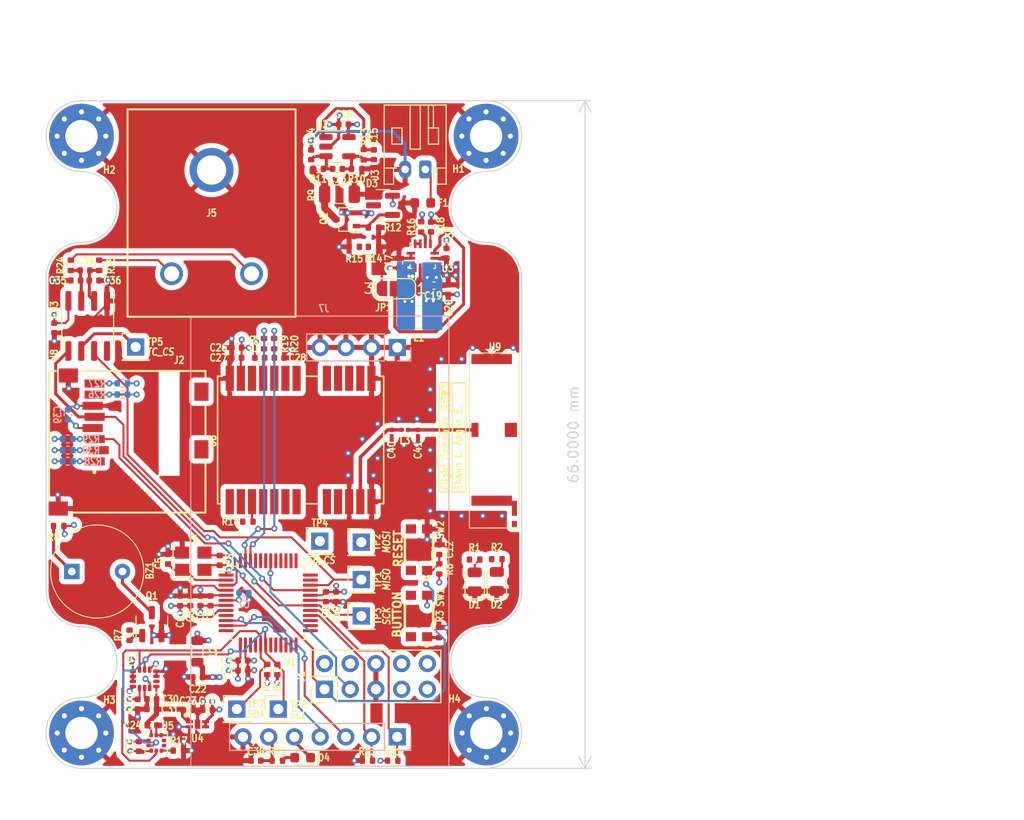
<source format=kicad_pcb>
(kicad_pcb (version 20221018) (generator pcbnew)
  (layers (0 "F.Cu" signal) (1 "In1.Cu" power "GND.Cu") (2 "In2.Cu" power "PWR.Cu") (31 "B.Cu" signal) (34 "B.Paste" user) (35 "F.Paste" user) (36 "B.SilkS" user "B.Silkscreen") (37 "F.SilkS" user "F.Silkscreen") (38 "B.Mask" user) (39 "F.Mask" user) (44 "Edge.Cuts" user))
  (net 0 "")
  (net 1 "Net-(U6-RF_IN)")
  (net 3 "Net-(BZ1--)")
  (net 4 "Net-(BZ1-+)")
  (net 5 "/Microcontroller/3V3D")
  (net 6 "GND")
  (net 7 "/Power/3V3A")
  (net 8 "Net-(U1A-PA1{slash}OSCIN)")
  (net 9 "Net-(U1A-PA2{slash}OSCOUT)")
  (net 10 "Net-(U1B-VCAP)")
  (net 11 "/Microcontroller/NRST")
  (net 12 "Net-(U2--)")
  (net 13 "Net-(U2-+)")
  (net 14 "/Power/BAT_GND")
  (net 15 "/Microcontroller/I_{SENSE}")
  (net 16 "Net-(JP1-B)")
  (net 17 "Net-(U3-SS)")
  (net 18 "/1V8A")
  (net 19 "Net-(U6-TXD)")
  (net 20 "Net-(U6-RXD)")
  (net 21 "Net-(U8-T+)")
  (net 22 "Net-(U8-T-)")
  (net 23 "Net-(D1-A)")
  (net 24 "Net-(D2-A)")
  (net 25 "Net-(D3-K)")
  (net 26 "/Radio/AUX")
  (net 27 "Net-(D4-A)")
  (net 28 "Net-(J3-Pin_1)")
  (net 30 "/Microcontroller/SWIM")
  (net 34 "Net-(J2-DAT2)")
  (net 35 "/Microcontroller/SPI_NSS")
  (net 36 "/Microcontroller/SPI_MOSI")
  (net 37 "/SPI_SCK")
  (net 38 "/SPI_MISO")
  (net 39 "Net-(J2-DAT1)")
  (net 42 "/RADIO_M0")
  (net 43 "/RADIO_M1")
  (net 44 "/RADIO_RXD")
  (net 45 "/RADIO_TXD")
  (net 46 "/Temperature sensor/T+")
  (net 47 "/Temperature sensor/T-")
  (net 48 "Net-(JP1-C)")
  (net 49 "Net-(U3-L2)")
  (net 50 "Net-(U3-L1)")
  (net 51 "Net-(Q1-B)")
  (net 52 "/Power/I_{sense_raw}")
  (net 53 "/Microcontroller/LED_GREEN")
  (net 54 "/Microcontroller/LED_RED")
  (net 55 "/Microcontroller/BUTTON")
  (net 56 "/SDA")
  (net 57 "/SCL")
  (net 58 "/Microcontroller/BUZZER_INDICATOR")
  (net 59 "/Microcontroller/VBATT_{SENSE}")
  (net 60 "/Power/PGOOD")
  (net 61 "/PRESSURE_INT")
  (net 62 "/GPS/PPS")
  (net 63 "Net-(U6-PPS)")
  (net 64 "/GPS_RXD")
  (net 65 "/GPS_TXD")
  (net 75 "/TC_CS")
  (net 79 "/IMU_FSYNC")
  (net 80 "/IMU_INT")
  (net 99 "/IMU/INT2")
  (net 100 "Net-(U9-Feed)")
  (footprint "Capacitor_SMD:C_0402_1005Metric" (layer "F.Cu") (at 162.21 83.035 90)
    (fp_text reference "C37")
    (fp_text value "100nF")
  )
  (footprint "Resistor_SMD:R_0402_1005Metric" (layer "F.Cu") (at 161.5 114.2425 90)
    (fp_text reference "R6")
    (fp_text value "1M")
  )
  (footprint "Capacitor_SMD:C_0402_1005Metric" (layer "F.Cu") (at 135.9 117.4 90)
    (fp_text reference "C11")
    (fp_text value "10uF")
  )
  (footprint "Capacitor_SMD:C_0402_1005Metric" (layer "F.Cu") (at 138.9 117.4 90)
    (fp_text reference "C2")
    (fp_text value "100nF")
  )
  (footprint "Jumper:SolderJumper-3_P1.3mm_Open_RoundedPad1.0x1.5mm_NumberLabels" (layer "F.Cu") (at 157.11 86.535 180)
    (fp_text reference "JP1")
    (fp_text value "PFM")
  )
  (footprint "Capacitor_SMD:C_0402_1005Metric" (layer "F.Cu") (at 155.04 73.3 -90)
    (fp_text reference "C15")
    (fp_text value "22pF")
  )
  (footprint "Capacitor_SMD:C_0402_1005Metric" (layer "F.Cu") (at 139.8 113.4 -90)
    (fp_text reference "C6")
    (fp_text value "33pF")
  )
  (footprint "Capacitor_SMD:C_0402_1005Metric" (layer "F.Cu") (at 127.4 85.73)
    (fp_text reference "C36")
    (fp_text value "100nF")
  )
  (footprint "Resistor_SMD:R_0402_1005Metric" (layer "F.Cu") (at 123.9 110 180)
    (fp_text reference "R8")
    (fp_text value "0R")
  )
  (footprint "Package_SO:SOIC-8_3.9x4.9mm_P1.27mm" (layer "F.Cu") (at 126.765 90.225 -90)
    (fp_text reference "U8")
    (fp_text value "MAX31855KASA")
  )
  (footprint "Capacitor_SMD:C_0402_1005Metric" (layer "F.Cu") (at 150.3 117 -90)
    (fp_text reference "C9")
    (fp_text value "100nF")
  )
  (footprint "Capacitor_SMD:C_0402_1005Metric" (layer "F.Cu") (at 126.5 84.73)
    (fp_text reference "C34")
    (fp_text value "1uF")
  )
  (footprint "MountingHole:MountingHole_3.2mm_M3_Pad_Via" (layer "F.Cu") (at 126.152944 71.4625)
    (fp_text reference "H2")
    (fp_text value "MountingHole_Pad")
  )
  (footprint "Connector_PinHeader_2.54mm:PinHeader_2x05_P2.54mm_Vertical" (layer "F.Cu") (at 150.16 126.14 90)
    (fp_text reference "J1")
    (fp_text value "Conn_02x05_Odd_Even")
  )
  (footprint "Connector_JST:JST_PH_S2B-PH-K_1x02_P2.00mm_Horizontal" (layer "F.Cu") (at 160.12 74.75 180)
    (fp_text reference "J3")
    (fp_text value "Conn_01x02")
  )
  (footprint "Package_QFP:LQFP-48_7x7mm_P0.5mm" (layer "F.Cu") (at 144.6 117.6)
    (fp_text reference "U1")
    (fp_text value "STM8S007C8T6TR")
  )
  (footprint "Capacitor_SMD:C_0402_1005Metric" (layer "F.Cu") (at 151.31 117 -90)
    (fp_text reference "C10")
    (fp_text value "10uF")
  )
  (footprint "Capacitor_SMD:C_0402_1005Metric" (layer "F.Cu") (at 125.58 85.73)
    (fp_text reference "C35")
    (fp_text value "100nF")
  )
  (footprint "LED_SMD:LED_0603_1608Metric" (layer "F.Cu") (at 148 132.9 180)
    (fp_text reference "D4")
    (fp_text value "Blue")
  )
  (footprint "Capacitor_SMD:C_0402_1005Metric" (layer "F.Cu") (at 161.5 112.3425 90)
    (fp_text reference "C12")
    (fp_text value "100nF")
  )
  (footprint "Capacitor_SMD:C_0402_1005Metric" (layer "F.Cu") (at 137.9 117.4 90)
    (fp_text reference "C1")
    (fp_text value "10uF")
  )
  (footprint "Capacitor_SMD:C_0402_1005Metric" (layer "F.Cu") (at 136.9 117.4 90)
    (fp_text reference "C8")
    (fp_text value "100nF")
  )
  (footprint "Package_LGA:LGA-14_3x2.5mm_P0.5mm_LayoutBorder3x4y" (layer "F.Cu") (at 132.3875 125.1075)
    (fp_text reference "U7")
    (fp_text value "ICM-42670-P")
  )
  (footprint "Capacitor_SMD:C_0402_1005Metric" (layer "F.Cu") (at 152.04 70.3 180)
    (fp_text reference "C16")
    (fp_text value "100nF")
  )
  (footprint "Resistor_SMD:R_0402_1005Metric" (layer "F.Cu") (at 154.04 73.3 90)
    (fp_text reference "R13")
    (fp_text value "68k")
  )
  (footprint "Capacitor_SMD:C_0402_1005Metric" (layer "F.Cu") (at 160.685 80.435 90)
    (fp_text reference "C18")
    (fp_text value "100nF")
  )
  (footprint "Inductor_SMD:L_0805_2012Metric" (layer "F.Cu") (at 137.6 122.4 -90)
    (fp_text reference "L2")
    (fp_text value "3.3uH")
  )
  (footprint "Package_TO_SOT_SMD:SOT-323_SC-70" (layer "F.Cu") (at 152.3025 79.7 180)
    (fp_text reference "Q2")
    (fp_text value "Q_NMOS_GSD")
  )
  (footprint "MountingHole:MountingHole_3.2mm_M3_Pad_Via" (layer "F.Cu") (at 126.152944 130.4625)
    (fp_text reference "H3")
    (fp_text value "MountingHole_Pad")
  )
  (footprint "Resistor_SMD:R_0402_1005Metric" (layer "F.Cu") (at 149.54 74.7)
    (fp_text reference "R11")
    (fp_text value "1k")
  )
  (footprint "my_footprints:KMR2_1" (layer "F.Cu") (at 159.5 118.9 90)
    (fp_text reference "SW1")
    (fp_text value "SW_Push" hide)
  )
  (footprint "Capacitor_SMD:C_0402_1005Metric" (layer "F.Cu") (at 145.6826 93.374)
    (fp_text reference "C28")
    (fp_text value "100pF")
  )
  (footprint "Connector_PinHeader_2.54mm:PinHeader_1x01_P2.54mm_Vertical" (layer "F.Cu") (at 153.8 115.3)
    (fp_text reference "TP1")
    (fp_text value "TestPoint")
  )
  (footprint "Capacitor_SMD:C_0402_1005Metric" (layer "F.Cu") (at 133.0925 128.1125 180)
    (fp_text reference "C31")
    (fp_text value "2.2uF")
  )
  (footprint "Connector_PinHeader_2.54mm:PinHeader_1x01_P2.54mm_Vertical" (layer "F.Cu") (at 131.5 92.3)
    (fp_text reference "TP5")
    (fp_text value "TestPoint")
  )
  (footprint "Resistor_SMD:R_0402_1005Metric" (layer "F.Cu") (at 144.5 124.185 90)
    (fp_text reference "R4")
    (fp_text value "4.7k")
  )
  (footprint "Capacitor_SMD:C_0402_1005Metric" (layer "F.Cu") (at 157.51 84.015 -90)
    (fp_text reference "C17")
    (fp_text value "10uF")
  )
  (footprint "Capacitor_SMD:C_0402_1005Metric" (layer "F.Cu") (at 142.1 123.3)
    (fp_text reference "C4")
    (fp_text value "100nF")
  )
  (footprint "my_footprints:1582AT54A0045" (layer "F.Cu") (at 168.675 93 -90)
    (fp_text reference "U9")
    (fp_text value "Antenna_GPS")
  )
  (footprint "my_footprints:24-SMD Module" (layer "F.Cu") (at 147.8 101.5 90)
    (fp_text reference "U6")
    (fp_text value "YIC31612EBGG")
  )
  (footprint "my_footprints:MEM2061-01-188-00-A" (layer "F.Cu") (at 130.675 101.675 -90)
    (fp_text reference "J2")
    (fp_text value "MEM2061-01-188-00-A_REVA")
  )
  (footprint "Resistor_SMD:R_1206_3216Metric" (layer "F.Cu") (at 151.64 77.2 180)
    (fp_text reference "R9")
    (fp_text value "0.1R")
  )
  (footprint "Resistor_SMD:R_0402_1005Metric" (layer "F.Cu") (at 127.9 84.23 -90)
    (fp_text reference "R25")
    (fp_text value "150R")
  )
  (footprint "Resistor_SMD:R_0402_1005Metric" (layer "F.Cu") (at 159.71 80.435 -90)
    (fp_text reference "R16")
    (fp_text value "1M")
  )
  (footprint "Resistor_SMD:R_0402_1005Metric" (layer "F.Cu") (at 153.1 82.4 180)
    (fp_text reference "R15")
    (fp_text value "1M")
  )
  (footprint "Inductor_SMD:L_0201_0603Metric" (layer "F.Cu") (at 158.1 100.5 180)
    (fp_text reference "L3")
    (fp_text value "3.9nH")
  )
  (footprint "Capacitor_SMD:C_0402_1005Metric" (layer "F.Cu") (at 131.8225 131.785 -90)
    (fp_text reference "C25")
    (fp_text value "100nF")
  )
  (footprint "Capacitor_SMD:C_0402_1005Metric" (layer "F.Cu") (at 141.4826 93.374 180)
    (fp_text reference "C27")
    (fp_text value "10nF")
  )
  (footprint "my_footprints:VQFN-12-HR_2.5x2.5mm_P0.5mm" (layer "F.Cu") (at 159.87 83.285 90)
    (fp_text reference "U3")
    (fp_text value "TPS63051RMWR")
  )
  (footprint "Capacitor_SMD:C_0402_1005Metric" (layer "F.Cu") (at 131.6925 127.6125 -90)
    (fp_text reference "C32")
    (fp_text value "10nF")
  )
  (footprint "Resistor_SMD:R_0402_1005Metric" (layer "F.Cu") (at 130.9 120.8 -90)
    (fp_text reference "R7")
    (fp_text value "1k")
  )
  (footprint "Resistor_SMD:R_0402_1005Metric" (layer "F.Cu") (at 153.34 74.7 180)
    (fp_text reference "R10")
    (fp_text value "1k")
  )
  (footprint "Package_TO_SOT_SMD:SOT-23" (layer "F.Cu") (at 155.94 78.3 180)
    (fp_text reference "D3")
    (fp_text value "5.1V")
  )
  (footprint "Capacitor_SMD:C_0402_1005Metric" (layer "F.Cu") (at 162.385 86.635 -90)
    (fp_text reference "C20")
    (fp_text value "10uF")
  )
  (footprint "Fuse:Fuse_0603_1608Metric" (layer "F.Cu") (at 159.8625 78.0625 180)
    (fp_text reference "F1")
    (fp_text value "250mA")
  )
  (footprint "Resistor_SMD:R_0402_1005Metric" (layer "F.Cu") (at 154.4 133.2)
    (fp_text reference "R23")
    (fp_text value "1M")
  )
  (footprint "Capacitor_SMD:C_0402_1005Metric" (layer "F.Cu") (at 136.7025 128.19)
    (fp_text reference "C23")
    (fp_text value "1uF")
  )
  (footprint "Package_TO_SOT_SMD:SOT-23-5" (layer "F.Cu") (at 151.44 72.5)
    (fp_text reference "U2")
    (fp_text value "NCS325")
  )
  (footprint "my_footprints:3817564" (layer "F.Cu") (at 142.95 85.0625 180)
    (fp_text reference "J5")
    (fp_text value "3817564" hide)
  )
  (footprint "Capacitor_SMD:C_0201_0603Metric" (layer "F.Cu") (at 156.8 100.82 -90)
    (fp_text reference "C40")
    (fp_text value "0.2pF")
  )
  (footprint "Resistor_SMD:R_0402_1005Metric" (layer "F.Cu") (at 144.1826 91.974 90)
    (fp_text reference "R19")
    (fp_text value "0R")
  )
  (footprint "LED_SMD:LED_0805_2012Metric" (layer "F.Cu") (at 165 115.51875 90)
    (fp_text reference "D1")
    (fp_text value "Green")
  )
  (footprint "Inductor_SMD:L_1008_2520Metric" (layer "F.Cu") (at 159.485 89.335 180)
    (fp_text reference "L1")
    (fp_text value "1.5uH")
  )
  (footprint "Capacitor_SMD:C_0402_1005Metric" (layer "F.Cu") (at 143.7626 93.374 180)
    (fp_text reference "C29")
    (fp_text value "100pF")
  )
  (footprint "LED_SMD:LED_0805_2012Metric" (layer "F.Cu") (at 167.18 115.48125 90)
    (fp_text reference "D2")
    (fp_text value "Red")
  )
  (footprint "Capacitor_SMD:C_0402_1005Metric" (layer "F.Cu") (at 160.985 86.235 180)
    (fp_text reference "C19")
    (fp_text value "10uF")
  )
  (footprint "Resistor_SMD:R_0402_1005Metric" (layer "F.Cu") (at 145.5 133.2 180)
    (fp_text reference "R22")
    (fp_text value "150R")
  )
  (footprint "Resistor_SMD:R_0402_1005Metric" (layer "F.Cu") (at 156.9 133.2)
    (fp_text reference "R21")
    (fp_text value "1M")
  )
  (footprint "Capacitor_SMD:C_0402_1005Metric" (layer "F.Cu") (at 123.465 90.425 -90)
    (fp_text reference "C33")
    (fp_text value "100nF")
  )
  (footprint "Connector_PinHeader_2.54mm:PinHeader_1x01_P2.54mm_Vertical" (layer "F.Cu") (at 153.8 118.9)
    (fp_text reference "TP3")
    (fp_text value "TestPoint")
  )
  (footprint "Capacitor_SMD:C_0402_1005Metric" (layer "F.Cu") (at 148.84 73.3 90)
    (fp_text reference "C14")
    (fp_text value "1.8nF")
  )
  (footprint "Capacitor_SMD:C_0402_1005Metric" (layer "F.Cu") (at 142.1 124.3)
    (fp_text reference "C3")
    (fp_text value "10uF")
  )
  (footprint "Capacitor_SMD:C_0402_1005Metric" (layer "F.Cu") (at 138.6025 128.19 180)
    (fp_text reference "C21")
    (fp_text value "1uF")
  )
  (footprint "Capacitor_SMD:C_0402_1005Metric" (layer "F.Cu") (at 143.38 133.2 180)
    (fp_text reference "C38")
    (fp_text value "100nF")
  )
  (footprint "Resistor_SMD:R_0402_1005Metric" (layer "F.Cu") (at 161.463 120.525 90)
    (fp_text reference "R3")
    (fp_text value "1M")
  )
  (footprint "Connector_PinHeader_2.54mm:PinHeader_1x01_P2.54mm_Vertical" (layer "F.Cu") (at 145.6 128.1)
    (fp_text reference "TP6")
    (fp_text value "TestPoint")
  )
  (footprint "Capacitor_SMD:C_0402_1005Metric" (layer "F.Cu") (at 141.4826 92.374 180)
    (fp_text reference "C26")
    (fp_text value "2.2uF")
  )
  (footprint "Capacitor_SMD:C_0402_1005Metric" (layer "F.Cu") (at 151.44 74.7 180)
    (fp_text reference "C13")
    (fp_text value "1.8nF")
  )
  (footprint "Package_TO_SOT_SMD:SOT-23-3" (layer "F.Cu") (at 133.1 119.7 90)
    (fp_text reference "Q1")
    (fp_text value "Q_NPN_BEC")
  )
  (footprint "my_footprints:buzzer_Dia9.2mm_P5mm" (layer "F.Cu") (at 127.7 114.5)
    (fp_text reference "BZ1")
    (fp_text value "Buzzer_indicator")
  )
  (footprint "Resistor_SMD:R_0402_1005Metric" (layer "F.Cu") (at 155 80.5 180)
    (fp_text reference "R12")
    (fp_text value "10k")
  )
  (footprint "Resistor_SMD:R_0402_1005Metric" (layer "F.Cu") (at 145.5 124.195 90)
    (fp_text reference "R5")
    (fp_text value "4.7k")
  )
  (footprint "Capacitor_SMD:C_0402_1005Metric" (layer "F.Cu") (at 137.635 124.9525 180)
    (fp_text reference "C22")
    (fp_text value "10uF")
  )
  (footprint "Resistor_SMD:R_0402_1005Metric" (layer "F.Cu") (at 145.1826 91.974 90)
    (fp_text reference "R20")
    (fp_text value "0R")
  )
  (footprint "Package_LGA:ST_HLGA-10_2x2mm_P0.5mm_LayoutBorder3x2y" (layer "F.Cu") (at 133.5375 131.45)
    (fp_text reference "U5")
    (fp_text value "SPL07-003")
  )
  (footprint "Resistor_SMD:R_0402_1005Metric" (layer "F.Cu") (at 167.19 113.28125)
    (fp_text reference "R2")
    (fp_text value "470R")
  )
  (footprint "Connector_PinHeader_2.54mm:PinHeader_1x01_P2.54mm_Vertical" (layer "F.Cu") (at 149.7 111.5)
    (fp_text reference "TP4")
    (fp_text value "TestPoint")
  )
  (footprint "Resistor_SMD:R_0402_1005Metric" (layer "F.Cu") (at 135.7225 132.205)
    (fp_text reference "R17")
    (fp_text value "DNP")
  )
  (footprint "Capacitor_SMD:C_0402_1005Metric" (layer "F.Cu") (at 133.1225 129.705)
    (fp_text reference "C24")
    (fp_text value "100nF")
  )
  (footprint "Crystal:Crystal_SMD_3225-4Pin_3.2x2.5mm" (layer "F.Cu") (at 137.2 113.48)
    (fp_text reference "Y1")
    (fp_text value "12MHz")
  )
  (footprint "Resistor_SMD:R_0402_1005Metric" (layer "F.Cu") (at 164.99 113.31875)
    (fp_text reference "R1")
    (fp_text value "150R")
  )
  (footprint "Resistor_SMD:R_0402_1005Metric" (layer "F.Cu") (at 155 82.4 180)
    (fp_text reference "R14")
    (fp_text value "1M")
  )
  (footprint "Capacitor_SMD:C_0402_1005Metric" (layer "F.Cu") (at 134.7 113.28 -90)
    (fp_text reference "C5")
    (fp_text value "33pF")
  )
  (footprint "my_footprints:TDFN-4-1EP_1.2x1.6mm_P0.5mm" (layer "F.Cu") (at 137.6175 129.6)
    (fp_text reference "U4")
    (fp_text value "MIC94310-GYMT-TR" hide)
  )
  (footprint "Capacitor_SMD:C_0201_0603Metric" (layer "F.Cu") (at 159.4 100.82 -90)
    (fp_text reference "C41")
    (fp_text value "0.2pF")
  )
  (footprint "MountingHole:MountingHole_3.2mm_M3_Pad_Via" (layer "F.Cu") (at 166.122944 71.4625)
    (fp_text reference "H1")
    (fp_text value "MountingHole_Pad")
  )
  (footprint "Connector_PinHeader_2.54mm:PinHeader_1x01_P2.54mm_Vertical" (layer "F.Cu") (at 141.5 128.1)
    (fp_text reference "TP7")
    (fp_text value "TestPoint")
  )
  (footprint "Connector_PinHeader_2.54mm:PinHeader_1x01_P2.54mm_Vertical" (layer "F.Cu") (at 153.8 111.6)
    (fp_text reference "TP2")
    (fp_text value "TestPoint")
  )
  (footprint "MountingHole:MountingHole_3.2mm_M3_Pad_Via" (layer "F.Cu") (at 166.152944 130.4625)
    (fp_text reference "H4")
    (fp_text value "MountingHole_Pad")
  )
  (footprint "Resistor_SMD:R_0402_1005Metric" (layer "F.Cu") (at 142.5926 109.574)
    (fp_text reference "R18")
    (fp_text value "150R")
  )
  (footprint "Resistor_SMD:R_0402_1005Metric" (layer "F.Cu") (at 125.1 84.23 -90)
    (fp_text reference "R24")
    (fp_text value "150R")
  )
  (footprint "Capacitor_SMD:C_0402_1005Metric" (layer "F.Cu") (at 133.0925 127.1125 180)
    (fp_text reference "C30")
    (fp_text value "100nF")
  )
  (footprint "my_footprints:KMR2_1" (layer "F.Cu") (at 159.5 112.3425 90)
    (fp_text reference "SW2")
    (fp_text value "SW_Push" hide)
  )
  (footprint "Resistor_SMD:R_0402_1005Metric" (layer "B.Cu") (at 130.2 97)
    (fp_text reference "R26")
    (fp_text value "10k")
  )
  (footprint "Capacitor_SMD:C_0402_1005Metric" (layer "B.Cu") (at 142.2 116.6)
    (fp_text reference "C7")
    (fp_text value "1uF")
  )
  (footprint "Resistor_SMD:R_0402_1005Metric" (layer "B.Cu") (at 124.8 103.6 180)
    (fp_text reference "R28")
    (fp_text value "10k")
  )
  (footprint "Resistor_SMD:R_0402_1005Metric" (layer "B.Cu") (at 124.8 102.5 180)
    (fp_text reference "R29")
    (fp_text value "10k")
  )
  (footprint "Capacitor_SMD:C_0402_1005Metric" (layer "B.Cu") (at 124.8 99 90)
    (fp_text reference "C39")
    (fp_text value "100nF")
  )
  (footprint "my_footprints:E220-400T30D" (layer "B.Cu") (at 148.55 111.25 90)
    (fp_text reference "J7")
    (fp_text value "Conn_01x07_MountingPin")
  )
  (footprint "Resistor_SMD:R_0402_1005Metric" (layer "B.Cu") (at 130.2 95.9)
    (fp_text reference "R27")
    (fp_text value "10k")
  )
  (footprint "Resistor_SMD:R_0402_1005Metric" (layer "B.Cu") (at 124.8 101.4 180)
    (fp_text reference "R30")
    (fp_text value "10k")
  )
  (gr_line (start 162.8 106.55) (end 162.8 95.85) (stroke (width 0.15)) (layer "F.SilkS"))
  (gr_rect (start 161.5 95.85) (end 164.1 106.65) (stroke (width 0.15)) (fill none) (layer "F.SilkS"))
  (gr_line (start 169.65 116.462502) (end 169.65 85.462498) (stroke (width 0.1)) (layer "Edge.Cuts"))
  (gr_line (start 126.15 133.9625) (end 166.15 133.9625) (stroke (width 0.1)) (layer "Edge.Cuts"))
  (gr_arc (start 166.15 81.9625) (mid 168.624873 82.987626) (end 169.65 85.462498) (stroke (width 0.1)) (layer "Edge.Cuts"))
  (gr_arc (start 126.15 74.9625) (mid 122.65 71.4625) (end 126.15 67.9625) (stroke (width 0.1)) (layer "Edge.Cuts"))
  (gr_arc (start 166.15 126.9625) (mid 169.65 130.4625) (end 166.15 133.9625) (stroke (width 0.1)) (layer "Edge.Cuts"))
  (gr_arc (start 126.15 119.9625) (mid 123.675126 118.937375) (end 122.65 116.462502) (stroke (width 0.1)) (layer "Edge.Cuts"))
  (gr_arc (start 166.15 67.9625) (mid 169.65 71.4625) (end 166.15 74.9625) (stroke (width 0.1)) (layer "Edge.Cuts"))
  (gr_arc (start 126.15 133.9625) (mid 122.65 130.4625) (end 126.15 126.9625) (stroke (width 0.1)) (layer "Edge.Cuts"))
  (gr_line (start 122.65 85.462498) (end 122.65 116.462502) (stroke (width 0.1)) (layer "Edge.Cuts"))
  (gr_arc (start 166.15 126.9625) (mid 162.65 123.4625) (end 166.15 119.9625) (stroke (width 0.1)) (layer "Edge.Cuts"))
  (gr_arc (start 122.65 85.462498) (mid 123.675126 82.987625) (end 126.15 81.9625) (stroke (width 0.1)) (layer "Edge.Cuts"))
  (gr_arc (start 166.15 81.9625) (mid 162.65 78.4625) (end 166.15 74.9625) (stroke (width 0.1)) (layer "Edge.Cuts"))
  (gr_arc (start 126.15 119.9625) (mid 129.65 123.4625) (end 126.15 126.9625) (stroke (width 0.1)) (layer "Edge.Cuts"))
  (gr_line (start 126.15 67.9625) (end 166.15 67.9625) (stroke (width 0.1)) (layer "Edge.Cuts"))
  (gr_arc (start 169.65 116.462502) (mid 168.624873 118.937374) (end 166.15 119.9625) (stroke (width 0.1)) (layer "Edge.Cuts"))
  (gr_arc (start 126.15 74.9625) (mid 129.65 78.4625) (end 126.15 81.9625) (stroke (width 0.1)) (layer "Edge.Cuts"))
  (gr_text "SD_CS" (at 148.3 113.8) (layer "F.SilkS") (effects (font (size 0.7 0.6) (thickness 0.15) bold italic) (justify left bottom)))
  (gr_text "SDA" (at 142.4 129) (layer "F.SilkS") (effects (font (size 0.7 0.6) (thickness 0.15) bold italic) (justify left bottom)))
  (gr_text "MOSI" (at 156.7 112.8 90) (layer "F.SilkS") (effects (font (size 0.7 0.6) (thickness 0.15) bold italic) (justify left bottom)))
  (gr_text "MISO" (at 156.7 116.5 90) (layer "F.SilkS") (effects (font (size 0.7 0.6) (thickness 0.15) bold italic) (justify left bottom)))
  (gr_text "RESET" (at 157.9 114.1925 90) (layer "F.SilkS") (effects (font (size 0.8 0.8) (thickness 0.2) bold) (justify left bottom)))
  (gr_text "BUTTON" (at 157.8 121.15 90) (layer "F.SilkS") (effects (font (size 0.8 0.8) (thickness 0.2) bold) (justify left bottom)))
  (gr_text "SCL" (at 146.6 129.1) (layer "F.SilkS") (effects (font (size 0.7 0.6) (thickness 0.15) bold italic) (justify left bottom)))
  (gr_text "Shaun L. Angus E." (at 163.8 106.55 90) (layer "F.SilkS") (effects (font (size 0.7 0.6) (thickness 0.15) bold) (justify left bottom)))
  (gr_text "SCK" (at 156.7 119.9 90) (layer "F.SilkS") (effects (font (size 0.7 0.6) (thickness 0.15) bold italic) (justify left bottom)))
  (gr_text "Flight Computer" (at 162.5 106.55 90) (layer "F.SilkS") (effects (font (size 0.7 0.6) (thickness 0.15) bold) (justify left bottom)))
  (gr_text "TC_CS" (at 132.5 93.2) (layer "F.SilkS") (effects (font (size 0.7 0.6) (thickness 0.15) bold italic) (justify left bottom)))
  (gr_text "REV A" (at 162.6 98.85 90) (layer "F.SilkS" knockout) (effects (font (size 0.7 0.6) (thickness 0.15) bold) (justify left bottom)))
  (dimension (type aligned) (layer "Edge.Cuts") (pts (xy 166.15 133.9625) (xy 166.15 67.9625)) (height 9.75) (gr_text "66.0000 mm" (at 174.75 100.9625 90) (layer "Edge.Cuts") (effects (font (size 1 1) (thickness 0.15)))) (format (prefix "") (suffix "") (units 3) (units_format 1) (precision 4)) (style (thickness 0.1) (arrow_length 1.27) (text_position_mode 0) (extension_height 0.58642) (extension_offset 0.5) keep_text_aligned))
  (segment (start 153.7 103.2) (end 153.7 107.6) (width 0.3421) (layer "F.Cu") (net 1))
  (segment (start 156.4 100.5) (end 153.7 103.2) (width 0.3421) (layer "F.Cu") (net 1))
  (segment (start 156.8 100.5) (end 156.4 100.5) (width 0.3421) (layer "F.Cu") (net 1))
  (segment (start 157.78 100.5) (end 156.8 100.5) (width 0.3421) (layer "F.Cu") (net 1))
  (segment (start 123.39 110) (end 123.39 112.69) (width 0.3) (layer "F.Cu") (net 3))
  (segment (start 123.39 112.69) (end 125.2 114.5) (width 0.3) (layer "F.Cu") (net 3))
  (segment (start 133.1 118.5625) (end 130.2 115.6625) (width 0.3) (layer "F.Cu") (net 4))
  (segment (start 130.2 115.6625) (end 130.2 114.5) (width 0.3) (layer "F.Cu") (net 4))
  (segment (start 141.9 95.4) (end 141.9 93.4366) (width 0.2) (layer "F.Cu") (net 5))
  (segment (start 151.31 116.52) (end 151.31 115.919294) (width 0.2) (layer "F.Cu") (net 5))
  (segment (start 149.97 116.85) (end 150.3 116.52) (width 0.2) (layer "F.Cu") (net 5))
  (segment (start 132.775 131.2) (end 131.9275 131.2) (width 0.2) (layer "F.Cu") (net 5))
  (segment (start 144.99 133.2) (end 143.86 133.2) (width 0.3) (layer "F.Cu") (net 5))
  (segment (start 144.99 131.19) (end 144.65 130.85) (width 0.3) (layer "F.Cu") (net 5))
  (segment (start 141.9626 93.374) (end 141.9626 92.374) (width 0.2) (layer "F.Cu") (net 5))
  (segment (start 135.9 117.88) (end 135.02 117.88) (width 0.2) (layer "F.Cu") (net 5))
  (segment (start 144.99 133.2) (end 144.99 131.19) (width 0.3) (layer "F.Cu") (net 5))
  (segment (start 141.9626 92.374) (end 141.9626 91.594) (width 0.2) (layer "F.Cu") (net 5))
  (segment (start 125.3 110) (end 125.4 109.9) (width 0.2) (layer "F.Cu") (net 5))
  (segment (start 151.31 115.919294) (end 151.314647 115.914647) (width 0.2) (layer "F.Cu") (net 5))
  (segment (start 138.93 117.85) (end 138.9 117.88) (width 0.2) (layer "F.Cu") (net 5))
  (segment (start 124.41 110) (end 125.3 110) (width 0.2) (layer "F.Cu") (net 5))
  (segment (start 124.86 89.63) (end 124.86 87.75) (width 0.2) (layer "F.Cu") (net 5))
  (segment (start 137.9 117.88) (end 137.9 118.5) (width 0.2) (layer "F.Cu") (net 5))
  (segment (start 125.815 100.315) (end 125.6 100.1) (width 0.2) (layer "F.Cu") (net 5))
  (segment (start 140.4375 117.85) (end 138.93 117.85) (width 0.2) (layer "F.Cu") (net 5))
  (segment (start 150.3 116.52) (end 151.31 116.52) (width 0.2) (layer "F.Cu") (net 5))
  (segment (start 124.545 89.945) (end 124.86 89.63) (width 0.2) (layer "F.Cu") (net 5))
  (segment (start 131.8875 126.02) (end 131.8875 126.9375) (width 0.2) (layer "F.Cu") (net 5))
  (segment (start 137.5 119) (end 136.9 118.4) (width 0.2) (layer "F.Cu") (net 5))
  (segment (start 124.41 110.71) (end 124.5 110.8) (width 0.2) (layer "F.Cu") (net 5))
  (segment (start 145.5 124.705) (end 145.5 125.495) (width 0.3) (layer "F.Cu") (net 5))
  (segment (start 136.9 117.88) (end 135.9 117.88) (width 0.2) (layer "F.Cu") (net 5))
  (segment (start 127.25 100.315) (end 125.815 100.315) (width 0.2) (layer "F.Cu") (net 5))
  (segment (start 131.8225 131.305) (end 130.9225 131.305) (width 0.2) (layer "F.Cu") (net 5))
  (segment (start 124.41 110) (end 124.41 110.71) (width 0.2) (layer "F.Cu") (net 5))
  (segment (start 140.4375 118.35) (end 139.66967 118.35) (width 0.2) (layer "F.Cu") (net 5))
  (segment (start 132.8875 124.159492) (end 132.8875 124.195) (width 0.2) (layer "F.Cu") (net 5))
  (segment (start 141.9626 92.374) (end 142.6826 92.374) (width 0.2) (layer "F.Cu") (net 5))
  (segment (start 148.7625 116.85) (end 149.97 116.85) (width 0.2) (layer "F.Cu") (net 5))
  (segment (start 144.5 124.695) (end 144.5 125.495) (width 0.3) (layer "F.Cu") (net 5))
  (segment (start 133.446992 123.6) (end 132.8875 124.159492) (width 0.2) (layer "F.Cu") (net 5))
  (segment (start 141.9626 91.594) (end 141.9826 91.574) (width 0.2) (layer "F.Cu") (net 5))
  (segment (start 138.9 117.88) (end 137.9 117.88) (width 0.2) (layer "F.Cu") (net 5))
  (segment (start 139.66967 118.35) (end 139.01967 119) (width 0.2) (layer "F.Cu") (net 5))
  (segment (start 159.8 79.2) (end 159.8 79.835) (width 0.3) (layer "F.Cu") (net 5))
  (segment (start 123.465 89.945) (end 124.545 89.945) (width 0.2) (layer "F.Cu") (net 5))
  (segment (start 136.9 118.4) (end 136.9 117.88) (width 0.2) (layer "F.Cu") (net 5))
  (segment (start 123.465 89.945) (end 123.465 89.125) (width 0.2) (layer "F.Cu") (net 5))
  (segment (start 135.02 117.88) (end 135 117.9) (width 0.2) (layer "F.Cu") (net 5))
  (segment (start 161.5 115.5775) (end 161.5 114.7525) (width 0.2) (layer "F.Cu") (net 5))
  (segment (start 162.19 83.535) (end 162.21 83.515) (width 0.2) (layer "F.Cu") (net 5))
  (segment (start 131.8875 126.9375) (end 131.6925 127.1325) (width 0.2) (layer "F.Cu") (net 5))
  (segment (start 151.31 116.52) (end 152.08 116.52) (width 0.2) (layer "F.Cu") (net 5))
  (segment (start 139.01967 119) (end 137.5 119) (width 0.2) (layer "F.Cu") (net 5))
  (segment (start 152.08 116.52) (end 152.1 116.5) (width 0.2) (layer "F.Cu") (net 5))
  (segment (start 133.5 123.6) (end 133.446992 123.6) (width 0.2) (layer "F.Cu") (net 5))
  (segment (start 159.8 79.835) (end 159.71 79.925) (width 0.3) (layer "F.Cu") (net 5))
  (segment (start 131.6925 127.1325) (end 130.9125 127.1325) (width 0.2) (layer "F.Cu") (net 5))
  (segment (start 131.9275 131.2) (end 131.8225 131.305) (width 0.2) (layer "F.Cu") (net 5))
  (segment (start 137.6 121.3375) (end 137.6 120.6375) (width 0.5) (layer "F.Cu") (net 5))
  (segment (start 138.6625 121.3375) (end 137.6 121.3375) (width 0.5) (layer "F.Cu") (net 5))
  (segment (start 135.9 117.88) (end 135.9 118.6) (width 0.2) (layer "F.Cu") (net 5))
  (segment (start 161.055 83.535) (end 162.19 83.535) (width 0.2) (layer "F.Cu") (net 5))
  (segment (start 141.9 93.4366) (end 141.9626 93.374) (width 0.2) (layer "F.Cu") (net 5))
  (segment (start 138.7 121.3) (end 138.6625 121.3375) (width 0.5) (layer "F.Cu") (net 5))
  (segment (start 160.3 116.85) (end 160.3 117.85) (width 0.2) (layer "F.Cu") (net 5))
  (via (at 130.8925 127.1125) (size 0.6) (drill 0.3) (layers "F.Cu" "B.Cu") (net 5))
  (via (at 163.1 85.2) (size 0.6) (drill 0.3) (layers "F.Cu" "B.Cu") (net 5))
  (via (at 137.9 118.5) (size 0.6) (drill 0.3) (layers "F.Cu" "B.Cu") (net 5))
  (via (at 159.8 79.2) (size 0.6) (drill 0.3) (layers "F.Cu" "B.Cu") (net 5))
  (via (at 152.1 116.5) (size 0.6) (drill 0.3) (layers "F.Cu" "B.Cu") (net 5))
  (via (at 144.5 125.495) (size 0.6) (drill 0.3) (layers "F.Cu" "B.Cu") (net 5))
  (via (at 130.9225 131.305) (size 0.6) (drill 0.3) (layers "F.Cu" "B.Cu") (net 5))
  (via (at 151.314647 115.914647) (size 0.6) (drill 0.3) (layers "F.Cu" "B.Cu") (net 5))
  (via (at 124.5 110.8) (size 0.6) (drill 0.3) (layers "F.Cu" "B.Cu") (net 5))
  (via (at 138.7 121.3) (size 0.6) (drill 0.3) (layers "F.Cu" "B.Cu") (net 5))
  (via (at 160.3 117.85) (size 0.6) (drill 0.3) (layers "F.Cu" "B.Cu") (net 5))
  (via (at 162.2 85.2) (size 0.6) (drill 0.3) (layers "F.Cu" "B.Cu") (net 5))
  (via (at 135 117.9) (size 0.6) (drill 0.3) (layers "F.Cu" "B.Cu") (net 5))
  (via (at 145.5 125.495) (size 0.6) (drill 0.3) (layers "F.Cu" "B.Cu") (net 5))
  (via (at 163.1 84.4) (size 0.6) (drill 0.3) (layers "F.Cu" "B.Cu") (net 5))
  (via (at 123.5 101.4) (size 0.6) (drill 0.3) (layers "F.Cu" "B.Cu") (net 5))
  (via (at 125.6 100.1) (size 0.6) (drill 0.3) (layers "F.Cu" "B.Cu") (net 5))
  (via (at 141.9826 91.574) (size 0.6) (drill 0.3) (layers "F.Cu" "B.Cu") (net 5))
  (via (at 135.9 118.6) (size 0.6) (drill 0.3) (layers "F.Cu" "B.Cu") (net 5))
  (via (at 131.6 97) (size 0.6) (drill 0.3) (layers "F.Cu" "B.Cu") (net 5))
  (via (at 142.6826 92.374) (size 0.6) (drill 0.3) (layers "F.Cu" "B.Cu") (net 5))
  (via (at 133.5 123.6) (size 0.6) (drill 0.3) (layers "F.Cu" "B.Cu") (net 5))
  (via (at 137.6 120.6375) (size 0.6) (drill 0.3) (layers "F.Cu" "B.Cu") (net 5))
  (via (at 161.5 115.5775) (size 0.6) (drill 0.3) (layers "F.Cu" "B.Cu") (net 5))
  (via (at 123.465 89.125) (size 0.6) (drill 0.3) (layers "F.Cu" "B.Cu") (net 5))
  (via (at 123.5 103.6) (size 0.6) (drill 0.3) (layers "F.Cu" "B.Cu") (net 5))
  (via (at 125.4 109.9) (size 0.6) (drill 0.3) (layers "F.Cu" "B.Cu") (net 5))
  (via (at 162.2 84.4) (size 0.6) (drill 0.3) (layers "F.Cu" "B.Cu") (net 5))
  (via (at 123.5 102.5) (size 0.6) (drill 0.3) (layers "F.Cu" "B.Cu") (net 5))
  (via (at 131.6 95.9) (size 0.6) (drill 0.3) (layers "F.Cu" "B.Cu") (net 5))
  (segment (start 124.8 99.48) (end 124.98 99.48) (width 0.2) (layer "B.Cu") (net 5))
  (segment (start 124.29 101.4) (end 123.5 101.4) (width 0.2) (layer "B.Cu") (net 5))
  (segment (start 130.71 97) (end 131.6 97) (width 0.2) (layer "B.Cu") (net 5))
  (segment (start 130.71 95.9) (end 131.6 95.9) (width 0.2) (layer "B.Cu") (net 5))
  (segment (start 124.29 102.5) (end 123.5 102.5) (width 0.2) (layer "B.Cu") (net 5))
  (segment (start 124.29 103.6) (end 123.5 103.6) (width 0.2) (layer "B.Cu") (net 5))
  (segment (start 124.98 99.48) (end 125.6 100.1) (width 0.2) (layer "B.Cu") (net 5))
  (segment (start 152.59 83.29) (end 152.6 83.3) (width 0.2) (layer "F.Cu") (net 6))
  (segment (start 163.2505 87.1) (end 163.2355 87.115) (width 0.3) (layer "F.Cu") (net 6))
  (segment (start 140.799999 95.4) (end 140.799999 93.576601) (width 0.2) (layer "F.Cu") (net 6))
  (segment (start 131.63125 128.15375) (end 131.6925 128.0925) (width 0.2) (layer "F.Cu") (net 6))
  (segment (start 135.93 112.8) (end 136.1 112.63) (width 0.2) (layer "F.Cu") (net 6))
  (segment (start 141.0026 92.374) (end 141.0026 91.494) (width 0.2) (layer "F.Cu") (net 6))
  (segment (start 140.4375 116.35) (end 139.66967 116.35) (width 0.2) (layer "F.Cu") (net 6))
  (segment (start 162.165 120.015) (end 162.2 120.05) (width 0.2) (layer "F.Cu") (net 6))
  (segment (start 142.9 131.64) (end 142.11 130.85) (width 0.3) (layer "F.Cu") (net 6))
  (segment (start 123.465 90.905) (end 123.545 90.825) (width 0.2) (layer "F.Cu") (net 6))
  (segment (start 161.5 111.8625) (end 161.5 110.8325) (width 0.2) (layer "F.Cu") (net 6))
  (segment (start 134.05 120.8375) (end 133.3375 120.8375) (width 0.3) (layer "F.Cu") (net 6))
  (segment (start 132.985 132.265) (end 133.0375 132.2125) (width 0.2) (layer "F.Cu") (net 6))
  (segment (start 140.32 113.88) (end 139.8 113.88) (width 0.2) (layer "F.Cu") (net 6))
  (segment (start 132.6125 128.1125) (end 132.6125 127.1125) (width 0.2) (layer "F.Cu") (net 6))
  (segment (start 160.19722 86.235) (end 160.505 86.235) (width 0.3) (layer "F.Cu") (net 6))
  (segment (start 151.98 117.48) (end 152 117.5) (width 0.2) (layer "F.Cu") (net 6))
  (segment (start 153.89 133.2) (end 153.1 133.2) (width 0.2) (layer "F.Cu") (net 6))
  (segment (start 134.7 112.8) (end 135.93 112.8) (width 0.2) (layer "F.Cu") (net 6))
  (segment (start 133.5375 130.6875) (end 133.5375 129.77) (width 0.2) (layer "F.Cu") (net 6))
  (segment (start 134.7625 120.8375) (end 134.8 120.8) (width 0.3) (layer "F.Cu") (net 6))
  (segment (start 159.62 85.65778) (end 160.19722 86.235) (width 0.3) (layer "F.Cu") (net 6))
  (segment (start 160.205 86.535) (end 160.505 86.235) (width 0.3) (layer "F.Cu") (net 6))
  (segment (start 154.092206 79.013609) (end 154.055815 79.05) (width 0.5) (layer "F.Cu") (net 6))
  (segment (start 156.9 77.3725) (end 156.8775 77.35) (width 0.2) (layer "F.Cu") (net 6))
  (segment (start 142.58 123.3) (end 142.58 124.3) (width 0.2) (layer "F.Cu") (net 6))
  (segment (start 138.1225 128.19) (end 138.1225 127.39) (width 0.3) (layer "F.Cu") (net 6))
  (segment (start 136.9 116.4) (end 136.9 116.92) (width 0.2) (layer "F.Cu") (net 6))
  (segment (start 142.35 121.7625) (end 142.35 123.07) (width 0.2) (layer "F.Cu") (net 6))
  (segment (start 136.8175 129.85) (end 135.7775 129.85) (width 0.2) (layer "F.Cu") (net 6))
  (segment (start 154.055815 79.05) (end 153.3025 79.05) (width 0.5) (layer "F.Cu") (net 6))
  (segment (start 140.4375 116.85) (end 138.97 116.85) (width 0.2) (layer "F.Cu") (net 6))
  (segment (start 128.77 85.73) (end 128.8 85.7) (width 0.3) (layer "F.Cu") (net 6))
  (segment (start 128.67 88.091396) (end 128.67 87.75) (width 0.2) (layer "F.Cu") (net 6))
  (segment (start 159.62 84.47) (end 159.62 85.65778) (width 0.3) (layer "F.Cu") (net 6))
  (segment (start 137.1825 127.355) (end 137.17 127.3425) (width 0.3) (layer "F.Cu") (net 6))
  (segment (start 134.0375 130.6875) (end 135.135 130.6875) (width 0.2) (layer "F.Cu") (net 6))
  (segment (start 158.41 86.535) (end 160.205 86.535) (width 0.3) (layer "F.Cu") (net 6))
  (segment (start 160.7 79.2) (end 160.7 79.94) (width 0.3) (layer "F.Cu") (net 6))
  (segment (start 141.0026 92.374) (end 140.1826 92.374) (width 0.2) (layer "F.Cu") (net 6))
  (segment (start 134.7 112.8) (end 134.7 112) (width 0.2) (layer "F.Cu") (net 6))
  (segment (start 132.5925 128.0925) (end 132.6125 128.1125) (width 0.2) (layer "F.Cu") (net 6))
  (segment (start 151.31 117.48) (end 151.98 117.48) (width 0.2) (layer "F.Cu") (net 6))
  (segment (start 134.25 124.3575) (end 134.4875 124.12) (width 0.2) (layer "F.Cu") (net 6))
  (segment (start 123.545 90.825) (end 125.936396 90.825) (width 0.2) (layer "F.Cu") (net 6))
  (segment (start 137.4 115.9) (end 136.9 116.4) (width 0.2) (layer "F.Cu") (net 6))
  (segment (start 131.6925 128.0925) (end 132.5925 128.0925) (width 0.2) (layer "F.Cu") (net 6))
  (segment (start 137.6175 128.625) (end 137.1825 128.19) (width 0.3) (layer "F.Cu") (net 6))
  (segment (start 143.2826 93.374) (end 143.2826 91.847046) (width 0.2) (layer "F.Cu") (net 6))
  (segment (start 154.8 79.0995) (end 154.7505 79.05) (width 0.5) (layer "F.Cu") (net 6))
  (segment (start 137.0175 132.205) (end 137.0225 132.2) (width 0.2) (layer "F.Cu") (net 6))
  (segment (start 135.9 116.92) (end 135.02 116.92) (width 0.2) (layer "F.Cu") (net 6))
  (segment (start 131.225 123.37) (end 131.225 124.3575) (width 0.2) (layer "F.Cu") (net 6))
  (segment (start 139.21967 115.9) (end 137.4 115.9) (width 0.2) (layer "F.Cu") (net 6))
  (segment (start 125.1 85.73) (end 123.53 85.73) (width 0.3) (layer "F.Cu") (net 6))
  (segment (start 159.62 82.1) (end 159.12 82.1) (width 0.3) (layer "F.Cu") (net 6))
  (segment (start 137.1025 124.9) (end 137.155 124.9525) (width 0.5) (layer "F.Cu") (net 6))
  (segment (start 154.7505 79.05) (end 154.128597 79.05) (width 0.5) (layer "F.Cu") (net 6))
  (segment (start 131.6925 128.84875) (end 131.6875 128.85375) (width 0.2) (layer "F.Cu") (net 6))
  (segment (start 156.39 133.2) (end 155.6795 133.2) (width 0.2) (layer "F.Cu") (net 6))
  (segment (start 160.3 110.2925) (end 160.3 111.3325) (width 0.2) (layer "F.Cu") (net 6))
  (segment (start 127.25 98.115) (end 125.785 98.115) (width 0.2) (layer "F.Cu") (net 6))
  (segment (start 139.66967 116.35) (end 139.21967 115.9) (width 0.2) (layer "F.Cu") (net 6))
  (segment (start 142.58 124.3) (end 142.58 125.08) (width 0.2) (layer "F.Cu") (net 6))
  (segment (start 131.6925 128.0925) (end 131.6925 128.84875) (width 0.2) (layer "F.Cu") (net 6))
  (segment (start 123.465 90.905) (end 123.465 91.725) (width 0.2) (layer "F.Cu") (net 6))
  (segment (start 143.2826 91.847046) (end 143.380529 91.749117) (width 0.2) (layer "F.Cu") (net 6))
  (segment (start 160.7 79.94) (end 160.685 79.955) (width 0.3) (layer "F.Cu") (net 6))
  (segment (start 151.56 70.3) (end 151.56 69.48) (width 0.3) (layer "F.Cu") (net 6))
  (segment (start 142.35 123.07) (end 142.58 123.3) (width 0.2) (layer "F.Cu") (net 6))
  (segment (start 163.2355 87.115) (end 162.385 87.115) (width 0.3) (layer "F.Cu") (net 6))
  (segment (start 160.505 86.277965) (end 161.262035 87.035) (width 0.3) (layer "F.Cu") (net 6))
  (segment (start 127.88 85.73) (end 128.77 85.73) (width 0.3) (layer "F.Cu") (net 6))
  (segment (start 123.85 106.95) (end 123.8 106.9) (width 0.3) (layer "F.Cu") (net 6))
  (segment (start 136.2325 132.205) (end 137.0175 132.205) (width 0.2) (layer "F.Cu") (net 6))
  (segment (start 160.505 86.235) (end 160.505 86.277965) (width 0.3) (layer "F.Cu") (net 6))
  (segment (start 130.867219 128.15375) (end 131.63125 128.15375) (width 0.2) (layer "F.Cu") (net 6))
  (segment (start 154.128597 79.05) (end 154.092206 79.013609) (width 0.5) (layer "F.Cu") (net 6))
  (segment (start 161.262035 87.035) (end 162.305 87.035) (width 0.3) (layer "F.Cu") (net 6))
  (segment (start 138.9 116.92) (end 137.9 116.92) (width 0.2) (layer "F.Cu") (net 6))
  (segment (start 167.18 116.41875) (end 167.18 117.44375) (width 0.2) (layer "F.Cu") (net 6))
  (segment (start 146.1626 93.1249) (end 146.75 92.5375) (width 0.2) (layer "F.Cu") (net 6))
  (segment (start 133.3375 120.8375) (end 133.3 120.8) (width 0.3) (layer "F.Cu") (net 6))
  (segment (start 136.2325 131.31) (end 136.2225 131.3) (width 0.2) (layer "F.Cu") (net 6))
  (segment (start 151.31 118.062178) (end 151.423911 118.176089) (width 0.2) (layer "F.Cu") (net 6))
  (segment (start 136.3 124.9) (end 137.1025 124.9) (width 0.5) (layer "F.Cu") (net 6))
  (segment (start 148.7625 117.35) (end 150.17 117.35) (width 0.2) (layer "F.Cu") (net 6))
  (segment (start 143.175287 124.3) (end 143.210768 124.264519) (width 0.2) (layer "F.Cu") (net 6))
  (segment (start 125.936396 90.825) (end 128.67 88.091396) (width 0.2) (layer "F.Cu") (net 6))
  (segment (start 142.58 124.3) (end 143.175287 124.3) (width 0.2) (layer "F.Cu") (net 6))
  (segment (start 142.9 133.2) (end 142.9 131.64) (width 0.3) (layer "F.Cu") (net 6))
  (segment (start 162.385 87.985) (end 162.4 88) (width 0.3) (layer "F.Cu") (net 6))
  (segment (start 131.8225 132.265) (end 132.985 132.265) (width 0.2) (layer "F.Cu") (net 6))
  (segment (start 139.8 113.88) (end 138.75 113.88) (width 0.2) (layer "F.Cu") (net 6))
  (segment (start 152.45 79.05) (end 151.852662 79.05) (width 0.5) (layer "F.Cu") (net 6))
  (segment (start 138.1225 127.39) (end 138.17 127.3425) (width 0.3) (layer "F.Cu") (net 6))
  (segment (start 142.58 125.08) (end 142.6 125.1) (width 0.2) (layer "F.Cu") (net 6))
  (segment (start 151.852662 79.05) (end 151.800631 78.997969) (width 0.5) (layer "F.Cu") (net 6))
  (segment (start 137.6175 129.6) (end 137.6175 128.625) (width 0.3) (layer "F.Cu") (net 6))
  (segment (start 137.9 116.92) (end 137.9 116.3) (width 0.2) (layer "F.Cu") (net 6))
  (segment (start 165 116.45625) (end 165 117.42375) (width 0.2) (layer "F.Cu") (net 6))
  (segment (start 135.135 130.6875) (end 135.2225 130.6) (width 0.2) (layer "F.Cu") (net 6))
  (segment (start 151.56 70.3) (end 150.64 70.3) (width 0.3) (layer "F.Cu") (net 6))
  (segment (start 137.1825 128.19) (end 137.1825 127.355) (width 0.3) (layer "F.Cu") (net 6))
  (segment (start 146.1626 93.374) (end 146.1626 93.1249) (width 0.2) (layer "F.Cu") (net 6))
  (segment (start 141.0026 93.374) (end 141.0026 92.374) (width 0.2) (layer "F.Cu") (net 6))
  (segment (start 124.85 95.125) (end 124.85 96.35) (width 0.3) (layer "F.Cu") (net 6))
  (segment (start 142.58 123.3) (end 143.2 123.3) (width 0.2) (layer "F.Cu") (net 6))
  (segment (start 157.51 84.495) (end 156.65 84.495) (width 0.3) (layer "F.Cu") (net 6))
  (segment (start 138.75 113.88) (end 138.3 114.33) (width 0.2) (layer "F.Cu") (net 6))
  (segment (start 136.9 116.92) (end 135.9 116.92) (width 0.2) (layer "F.Cu") (net 6))
  (segment (start 150.3 117.48) (end 151.31 117.48) (width 0.2) (layer "F.Cu") (net 6))
  (segment (start 134.05 120.8375) (end 134.7625 120.8375) (width 0.3) (layer "F.Cu") (net 6))
  (segment (start 124.85 96.35) (end 124.9 96.4) (width 0.3) (layer "F.Cu") (net 6))
  (segment (start 162.385 87.115) (end 162.385 87.985) (width 0.3) (layer "F.Cu") (net 6))
  (segment (start 132.3875 126.8875) (end 132.6125 127.1125) (width 0.2) (layer "F.Cu") (net 6))
  (segment (start 133.55 124.3575) (end 134.25 124.3575) (width 0.2) (layer "F.Cu") (net 6))
  (segment (start 133.55 124.8575) (end 133.55 124.3575) (width 0.2) (layer "F.Cu") (net 6))
  (segment (start 150.17 117.35) (end 150.3 117.48) (width 0.2) (layer "F.Cu") (net 6))
  (segment (start 133.5375 129.77) (end 133.6025 129.705) (width 0.2) (layer "F.Cu") (net 6))
  (segment (start 151.56 71.662107) (end 150.722107 72.5) (width 0.3) (layer "F.Cu") (net 6))
  (segment (start 152.45 79.05) (end 153.3025 79.05) (width 0.5) (layer "F.Cu") (net 6))
  (segment (start 162.305 87.035) (end 162.385 87.115) (width 0.3) (layer "F.Cu") (net 6))
  (segment (start 125.785 98.115) (end 125.7 98.2) (width 0.2) (layer "F.Cu") (net 6))
  (segment (start 140.799999 93.576601) (end 141.0026 93.374) (width 0.2) (layer "F.Cu") (net 6))
  (segment (start 151.56 69.48) (end 151.64 69.4) (width 0.3) (layer "F.Cu") (net 6))
  (segment (start 150.722107 72.5) (end 150.3025 72.5) (width 0.3) (layer "F.Cu") (net 6))
  (segment (start 137.6175 129.6) (end 137.6175 128.695) (width 0.3) (layer "F.Cu") (net 6))
  (segment (start 131.175 123.32) (end 131.225 123.37) (width 0.2) (layer "F.Cu") (net 6))
  (segment (start 165 117.42375) (end 164.98 117.44375) (width 0.2) (layer "F.Cu") (net 6))
  (segment (start 136.2325 132.205) (end 136.2325 131.31) (width 0.2) (layer "F.Cu") (net 6))
  (segment (start 156.9 78.2) (end 156.9 77.3725) (width 0.2) (layer "F.Cu") (net 6))
  (segment (start 138.97 116.85) (end 138.9 116.92) (width 0.2) (layer "F.Cu") (net 6))
  (segment (start 131.8225 132.265) (end 130.9625 132.265) (width 0.2) (layer "F.Cu") (net 6))
  (segment (start 131.225 124.3575) (end 131.225 125.3575) (width 0.2) (layer "F.Cu") (net 6))
  (segment (start 135.02 116.92) (end 135 116.9) (width 0.2) (layer "F.Cu") (net 6))
  (segment (start 133.6025 129.705) (end 134.3225 129.705) (width 0.2) (layer "F.Cu") (net 6))
  (segment (start 152.59 82.4) (end 151.6 82.4) (width 0.2) (layer "F.Cu") (net 6))
  (segment (start 161.463 120.015) (end 162.165 120.015) (width 0.2) (layer "F.Cu") (net 6))
  (segment (start 140.676089 113.523911) (end 140.32 113.88) (width 0.2) (layer "F.Cu") (net 6))
  (segment (start 134.0375 130.6875) (end 133.5375 130.6875) (width 0.2) (layer "F.Cu") (net 6))
  (segment (start 137.6175 128.695) (end 138.1225 128.19) (width 0.3) (layer "F.Cu") (net 6))
  (segment (start 134.7 112.8) (end 133.8 112.8) (width 0.2) (layer "F.Cu") (net 6))
  (segment (start 123.85 108.275) (end 123.85 106.95) (width 0.3) (layer "F.Cu") (net 6))
  (segment (start 162.21 82.555) (end 162.21 81.735) (width 0.2) (layer "F.Cu") (net 6))
  (segment (start 156.65 84.495) (end 156.61 84.535) (width 0.3) (layer "F.Cu") (net 6))
  (segment (start 151.56 70.3) (end 151.56 71.662107) (width 0.3) (layer "F.Cu") (net 6))
  (segment (start 151.31 117.48) (end 151.31 118.062178) (width 0.2) (layer "F.Cu") (net 6))
  (segment (start 123.53 85.73) (end 123.5 85.7) (width 0.3) (layer "F.Cu") (net 6))
  (segment (start 135.9 116.92) (end 135.9 116.1) (width 0.2) (layer "F.Cu") (net 6))
  (segment (start 141.0026 91.494) (end 140.9826 91.474) (width 0.2) (layer "F.Cu") (net 6))
  (segment (start 152.59 82.4) (end 152.59 83.29) (width 0.2) (layer "F.Cu") (net 6))
  (segment (start 132.3875 126.02) (end 132.3875 126.8875) (width 0.2) (layer "F.Cu") (net 6))
  (via (at 123.465 91.725) (size 0.6) (drill 0.3) (layers "F.Cu" "B.Cu") (net 6))
  (via (at 159.3005 99.4) (size 0.6) (drill 0.3) (layers "F.Cu" "B.Cu") (net 6))
  (via (at 162.4 88) (size 0.6) (drill 0.3) (layers "F.Cu" "B.Cu") (net 6))
  (via (at 166.8 92.4) (size 0.6) (drill 0.3) (layers "F.Cu" "B.Cu") (net 6))
  (via (at 136.2225 131.3) (size 0.6) (drill 0.3) (layers "F.Cu" "B.Cu") (net 6))
  (via (at 164.98 117.44375) (size 0.6) (drill 0.3) (layers "F.Cu" "B.Cu") (net 6))
  (via (at 123.5 85.7) (size 0.6) (drill 0.3) (layers "F.Cu" "B.Cu") (net 6))
  (via (at 137.0225 132.2) (size 0.6) (drill 0.3) (layers "F.Cu" "B.Cu") (net 6))
  (via (at 151.800631 78.997969) (size 0.6) (drill 0.3) (layers "F.Cu" "B.Cu") (net 6))
  (via (at 160.6 94.5) (size 0.6) (drill 0.3) (layers "F.Cu" "B.Cu") (net 6))
  (via (at 146.75 92.5375) (size 0.6) (drill 0.3) (layers "F.Cu" "B.Cu") (net 6))
  (via (at 161.5 110.8325) (size 0.6) (drill 0.3) (layers "F.Cu" "B.Cu") (net 6))
  (via (at 160.3 111.3325) (size 0.6) (drill 0.3) (layers "F.Cu" "B.Cu") (net 6))
  (via (at 142.7 117.3) (size 0.6) (drill 0.3) (layers "F.Cu" "B.Cu") (net 6))
  (via (at 156.61 84.535) (size 0.6) (drill 0.3) (layers "F.Cu" "B.Cu") (net 6))
  (via (at 154.8 79.0995) (size 0.6) (drill 0.3) (layers "F.Cu" "B.Cu") (net 6))
  (via (at 124.9 96.4) (size 0.6) (drill 0.3) (layers "F.Cu" "B.Cu") (net 6))
  (via (at 160.6 104.5) (size 0.6) (drill 0.3) (layers "F.Cu" "B.Cu") (net 6))
  (via (at 160.7 79.2) (size 0.6) (drill 0.3) (layers "F.Cu" "B.Cu") (net 6))
  (via (at 155.4 103.3) (size 0.6) (drill 0.3) (layers "F.Cu" "B.Cu") (net 6))
  (via (at 160.6 96.5) (size 0.6) (drill 0.3) (layers "F.Cu" "B.Cu") (net 6))
  (via (at 135.2225 130.6) (size 0.6) (drill 0.3) (layers "F.Cu" "B.Cu") (net 6))
  (via (at 158 102) (size 0.6) (drill 0.3) (layers "F.Cu" "B.Cu") (net 6))
  (via (at 130.9625 132.265) (size 0.6) (drill 0.3) (layers "F.Cu" "B.Cu") (net 6))
  (via (at 161.8 109) (size 0.6) (drill 0.3) (layers "F.Cu" "B.Cu") (net 6))
  (via (at 167.7 109) (size 0.6) (drill 0.3) (layers "F.Cu" "B.Cu") (net 6))
  (via (at 140.1826 92.374) (size 0.6) (drill 0.3) (layers "F.Cu" "B.Cu") (net 6))
  (via (at 135.7775 129.85) (size 0.6) (drill 0.3) (layers "F.Cu" "B.Cu") (net 6))
  (via (at 137.9 116.3) (size 0.6) (drill 0.3) (layers "F.Cu" "B.Cu") (net 6))
  (via (at 160.6 106.5) (size 0.6) (drill 0.3) (layers "F.Cu" "B.Cu") (net 6))
  (via (at 155.6795 133.2) (size 0.6) (drill 0.3) (layers "F.Cu" "B.Cu") (net 6))
  (via (at 162.21 81.735) (size 0.6) (drill 0.3) (layers "F.Cu" "B.Cu") (net 6))
  (via (at 143.380529 91.749117) (size 0.6) (drill 0.3) (layers "F.Cu" "B.Cu") (net 6))
  (via (at 155 105) (size 0.6) (drill 0.3) (layers "F.Cu" "B.Cu") (net 6))
  (via (at 161.7 93.5) (size 0.6) (drill 0.3) (layers "F.Cu" "B.Cu") (net 6))
  (via (at 153.9 101.4) (size 0.6) (drill 0.3) (layers "F.Cu" "B.Cu") (net 6))
  (via (at 136.3 124.9) (size 0.6) (drill 0.3) (layers "F.Cu" "B.Cu") (net 6))
  (via (at 151.6 82.4) (size 0.6) (drill 0.3) (layers "F.Cu" "B.Cu") (net 6))
  (via (at 154.092206 79.013609) (size 0.6) (drill 0.3) (layers "F.Cu" "B.Cu") (net 6))
  (via (at 143.210768 124.264519) (size 0.6) (drill 0.3) (layers "F.Cu" "B.Cu") (net 6))
  (via (at 153.1 133.2) (size 0.6) (drill 0.3) (layers "F.Cu" "B.Cu") (net 6))
  (via (at 160.6 98.5) (size 0.6) (drill 0.3) (layers "F.Cu" "B.Cu") (net 6))
  (via (at 167.18 117.44375) (size 0.6) (drill 0.3) (layers "F.Cu" "B.Cu") (net 6))
  (via (at 134.8 120.8) (size 0.6) (drill 0.3) (layers "F.Cu" "B.Cu") (net 6))
  (via (at 152.5 105) (size 0.6) (drill 0.3) (layers "F.Cu" "B.Cu") (net 6))
  (via (at 156.5 102.5) (size 0.6) (drill 0.3) (layers "F.Cu" "B.Cu") (net 6))
  (via (at 165.8 109) (size 0.6) (drill 0.3) (layers "F.Cu" "B.Cu") (net 6))
  (via (at 128.8 85.7) (size 0.6) (drill 0.3) (layers "F.Cu" "B.Cu") (net 6))
  (via (at 134.4875 124.12) (size 0.6) (drill 0.3) (layers "F.Cu" "B.Cu") (net 6))
  (via (at 131.6875 128.85375) (size 0.6) (drill 0.3) (layers "F.Cu" "B.Cu") (net 6))
  (via (at 152 117.5) (size 0.6) (drill 0.3) (layers "F.Cu" "B.Cu") (net 6))
  (via (at 152.5 102.8) (size 0.6) (drill 0.3) (layers "F.Cu" "B.Cu") (net 6))
  (via (at 138.17 127.3425) (size 0.6) (drill 0.3) (layers "F.Cu" "B.Cu") (net 6))
  (via (at 168.8 92.4) (size 0.6) (drill 0.3) (layers "F.Cu" "B.Cu") (net 6))
  (via (at 162.2 120.05) (size 0.6) (drill 0.3) (layers "F.Cu" "B.Cu") (net 6))
  (via (at 133.3 120.8) (size 0.6) (drill 0.3) (layers "F.Cu" "B.Cu") (net 6))
  (via (at 137.17 127.3425) (size 0.6) (drill 0.3) (layers "F.Cu" "B.Cu") (net 6))
  (via (at 155.4 99.9) (size 0.6) (drill 0.3) (layers "F.Cu" "B.Cu") (net 6))
  (via (at 142.6 125.1) (size 0.6) (drill 0.3) (layers "F.Cu" "B.Cu") (net 6))
  (via (at 131.175 123.32) (size 0.6) (drill 0.3) (layers "F.Cu" "B.Cu") (net 6))
  (via (at 160.6 108.5) (size 0.6) (drill 0.3) (layers "F.Cu" "B.Cu") (net 6))
  (via (at 152.45 79.05) (size 0.6) (drill 0.3) (layers "F.Cu" "B.Cu") (net 6))
  (via (at 133.8 112.8) (size 0.6) (drill 0.3) (layers "F.Cu" "B.Cu") (net 6))
  (via (at 163.2505 87.1) (size 0.6) (drill 0.3) (layers "F.Cu" "B.Cu") (net 6))
  (via (at 163.7 109) (size 0.6) (drill 0.3) (layers "F.Cu" "B.Cu") (net 6))
  (via (at 151.64 69.4) (size 0.6) (drill 0.3) (layers "F.Cu" "B.Cu") (net 6))
  (via (at 150.64 70.3) (size 0.6) (drill 0.3) (layers "F.Cu" "B.Cu") (net 6))
  (via (at 151.423911 118.176089) (size 0.6) (drill 0.3) (layers "F.Cu" "B.Cu") (net 6))
  (via (at 160.6 102.5) (size 0.6) (drill 0.3) (layers "F.Cu" "B.Cu") (net 6))
  (via (at 152.6 83.3) (size 0.6) (drill 0.3) (layers "F.Cu" "B.Cu") (net 6))
  (via (at 134.7 112) (size 0.6) (drill 0.3) (layers "F.Cu" "B.Cu") (net 6))
  (via (at 163.7 93.5) (size 0.6) (drill 0.3) (layers "F.Cu" "B.Cu") (net 6))
  (via (at 123.8 106.9) (size 0.6) (drill 0.3) (layers "F.Cu" "B.Cu") (net 6))
  (via (at 134.3225 129.705) (size 0.6) (drill 0.3) (layers "F.Cu" "B.Cu") (net 6))
  (via (at 125.7 98.2) (size 0.6) (drill 0.3) (layers "F.Cu" "B.Cu") (net 6))
  (via (at 164.8 92.4) (size 0.6) (drill 0.3) (layers "F.Cu" "B.Cu") (net 6))
  (via (at 140.9826 91.474) (size 0.6) (drill 0.3) (layers "F.Cu" "B.Cu") (net 6))
  (via (at 130.867219 128.15375) (size 0.6) (drill 0.3) (layers "F.Cu" "B.Cu") (net 6))
  (via (at 135 116.9) (size 0.6) (drill 0.3) (layers "F.Cu" "B.Cu") (net 6))
  (via (at 135.9 116.1) (size 0.6) (drill 0.3) (layers "F.Cu" "B.Cu") (net 6))
  (via (at 143.2 123.3) (size 0.6) (drill 0.3) (layers "F.Cu" "B.Cu") (net 6))
  (via (at 140.676089 113.523911) (size 0.6) (drill 0.3) (layers "F.Cu" "B.Cu") (net 6))
  (via (at 156.9 78.2) (size 0.6) (drill 0.3) (layers "F.Cu" "B.Cu") (net 6))
  (via (at 157.5 99.4) (size 0.6) (drill 0.3) (layers "F.Cu" "B.Cu") (net 6))
  (via (at 159.3005 102) (size 0.6) (drill 0.3) (layers "F.Cu" "B.Cu") (net 6))
  (segment (start 142.68 117.28) (end 142.7 117.3) (width 0.2) (layer "B.Cu") (net 6))
  (segment (start 125.7 98.2) (end 125.12 98.2) (width 0.2) (layer "B.Cu") (net 6))
  (segment (start 142.68 116.6) (end 142.68 117.28) (width 0.2) (layer "B.Cu") (net 6))
  (segment (start 125.12 98.2) (end 124.8 98.52) (width 0.2) (layer "B.Cu") (net 6))
  (segment (start 152.52 71.4925) (end 152.5775 71.55) (width 0.3) (layer "F.Cu") (net 7))
  (segment (start 139.085 124.9525) (end 139.1 124.9375) (width 0.5) (layer "F.Cu") (net 7))
  (segment (start 141.62 123.3) (end 140.7 123.3) (width 0.2) (layer "F.Cu") (net 7))
  (segment (start 138.115 123.9775) (end 138.115 124.9525) (width 0.5) (layer "F.Cu") (net 7))
  (segment (start 139.0825 128.685) (end 138.4175 129.35) (width 0.3) (layer "F.Cu") (net 7))
  (segment (start 139.0825 127.355) (end 139.07 127.3425) (width 0.3) (layer "F.Cu") (net 7))
  (segment (start 137.6 123.4625) (end 138.115 123.9775) (width 0.5) (layer "F.Cu") (net 7))
  (segment (start 141.85 121.7625) (end 141.85 123.07) (width 0.2) (layer "F.Cu") (net 7))
  (segment (start 153.3905 70.3) (end 152.52 70.3) (width 0.3) (layer "F.Cu") (net 7))
  (segment (start 141.62 124.3) (end 141.62 125.08) (width 0.2) (layer "F.Cu") (net 7))
  (segment (start 141.62 124.3) (end 140.7 124.3) (width 0.2) (layer "F.Cu") (net 7))
  (segment (start 141.62 125.08) (end 141.6 125.1) (width 0.2) (layer "F.Cu") (net 7))
  (segment (start 139.1 124.9375) (end 139.8 124.9375) (width 0.5) (layer "F.Cu") (net 7))
  (segment (start 138.4175 129.85) (end 138.4175 129.35) (width 0.3) (layer "F.Cu") (net 7))
  (segment (start 141.85 123.07) (end 141.62 123.3) (width 0.2) (layer "F.Cu") (net 7))
  (segment (start 141.62 123.3) (end 141.62 124.3) (width 0.2) (layer "F.Cu") (net 7))
  (segment (start 139.0825 128.19) (end 139.7225 128.19) (width 0.3) (layer "F.Cu") (net 7))
  (segment (start 152.52 70.3) (end 152.52 71.4925) (width 0.3) (layer "F.Cu") (net 7))
  (segment (start 138.115 124.9525) (end 139.085 124.9525) (width 0.5) (layer "F.Cu") (net 7))
  (segment (start 139.7225 128.19) (end 139.77 128.1425) (width 0.3) (layer "F.Cu") (net 7))
  (segment (start 139.0825 128.19) (end 139.0825 128.685) (width 0.3) (layer "F.Cu") (net 7))
  (segment (start 139.0825 128.19) (end 139.0825 127.355) (width 0.3) (layer "F.Cu") (net 7))
  (via (at 141.6 125.1) (size 0.6) (drill 0.3) (layers "F.Cu" "B.Cu") (net 7))
  (via (at 139.07 127.3425) (size 0.6) (drill 0.3) (layers "F.Cu" "B.Cu") (net 7))
  (via (at 139.8 124.9375) (size 0.6) (drill 0.3) (layers "F.Cu" "B.Cu") (net 7))
  (via (at 140.7 124.3) (size 0.6) (drill 0.3) (layers "F.Cu" "B.Cu") (net 7))
  (via (at 139.77 128.1425) (size 0.6) (drill 0.3) (layers "F.Cu" "B.Cu") (net 7))
  (via (at 140.7 123.3) (size 0.6) (drill 0.3) (layers "F.Cu" "B.Cu") (net 7))
  (via (at 139.1 124.9375) (size 0.6) (drill 0.3) (layers "F.Cu" "B.Cu") (net 7))
  (via (at 153.3905 70.3) (size 0.6) (drill 0.3) (layers "F.Cu" "B.Cu") (net 7))
  (segment (start 140.4375 115.35) (end 137.42 115.35) (width 0.2) (layer "F.Cu") (net 8))
  (segment (start 136.4 114.33) (end 136.1 114.33) (width 0.2) (layer "F.Cu") (net 8))
  (segment (start 136.1 114.33) (end 135.27 114.33) (width 0.2) (layer "F.Cu") (net 8))
  (segment (start 135.27 114.33) (end 134.7 113.76) (width 0.2) (layer "F.Cu") (net 8))
  (segment (start 137.42 115.35) (end 136.4 114.33) (width 0.2) (layer "F.Cu") (net 8))
  (segment (start 140.4375 115.85) (end 141.20533 115.85) (width 0.2) (layer "F.Cu") (net 9))
  (segment (start 141.3 114.155329) (end 141.3 113.3) (width 0.2) (layer "F.Cu") (net 9))
  (segment (start 141.475 114.330329) (end 141.3 114.155329) (width 0.2) (layer "F.Cu") (net 9))
  (segment (start 140.9 112.9) (end 138.57 112.9) (width 0.2) (layer "F.Cu") (net 9))
  (segment (start 141.20533 115.85) (end 141.475 115.58033) (width 0.2) (layer "F.Cu") (net 9))
  (segment (start 141.3 113.3) (end 140.9 112.9) (width 0.2) (layer "F.Cu") (net 9))
  (segment (start 141.475 115.58033) (end 141.475 114.330329) (width 0.2) (layer "F.Cu") (net 9))
  (segment (start 138.57 112.9) (end 138.3 112.63) (width 0.2) (layer "F.Cu") (net 9))
  (segment (start 140.4375 117.35) (end 141.65 117.35) (width 0.2) (layer "F.Cu") (net 10))
  (segment (start 141.65 117.35) (end 141.7 117.3) (width 0.2) (layer "F.Cu") (net 10))
  (via (at 141.7 117.3) (size 0.6) (drill 0.3) (layers "F.Cu" "B.Cu") (net 10))
  (segment (start 141.7 116.62) (end 141.72 116.6) (width 0.2) (layer "B.Cu") (net 10))
  (segment (start 141.7 117.3) (end 141.7 116.62) (width 0.2) (layer "B.Cu") (net 10))
  (segment (start 160.84 114.3925) (end 161.5 113.7325) (width 0.2) (layer "F.Cu") (net 11))
  (segment (start 149.01 124.99) (end 150.16 126.14) (width 0.2) (layer "F.Cu") (net 11))
  (segment (start 149.01 122.11) (end 149.01 124.99) (width 0.2) (layer "F.Cu") (net 11))
  (segment (start 160.2 114.4925) (end 160.3 114.3925) (width 0.2) (layer "F.Cu") (net 11))
  (segment (start 160.3 114.3925) (end 160.84 114.3925) (width 0.2) (layer "F.Cu") (net 11))
  (segment (start 140.4375 114.62274) (end 140.727387 114.332853) (width 0.2) (layer "F.Cu") (net 11))
  (segment (start 142.0745 114.9) (end 142.0745 115.1745) (width 0.2) (layer "F.Cu") (net 11))
  (segment (start 140.4375 114.85) (end 140.4375 114.62274) (width 0.2) (layer "F.Cu") (net 11))
  (segment (start 142.0745 115.1745) (end 149.01 122.11) (width 0.2) (layer "F.Cu") (net 11))
  (segment (start 161.5 113.7325) (end 161.5 112.8225) (width 0.2) (layer "F.Cu") (net 11))
  (segment (start 160.2 115.7325) (end 160.2 114.4925) (width 0.2) (layer "F.Cu") (net 11))
  (via (at 160.2 115.7325) (size 0.6) (drill 0.3) (layers "F.Cu" "B.Cu") (net 11))
  (via (at 142.0745 114.9) (size 0.6) (drill 0.3) (layers "F.Cu" "B.Cu") (net 11))
  (via (at 140.727387 114.332853) (size 0.6) (drill 0.3) (layers "F.Cu" "B.Cu") (net 11))
  (segment (start 140.727387 114.332853) (end 141.507353 114.332853) (width 0.2) (layer "B.Cu") (net 11))
  (segment (start 150.16 126.14) (end 151.31 127.29) (width 0.2) (layer "B.Cu") (net 11))
  (segment (start 151.31 127.29) (end 160.920264 127.29) (width 0.2) (layer "B.Cu") (net 11))
  (segment (start 162.041541 126.168723) (end 162.041541 121.258459) (width 0.2) (layer "B.Cu") (net 11))
  (segment (start 141.507353 114.332853) (end 142.0745 114.9) (width 0.2) (layer "B.Cu") (net 11))
  (segment (start 160.9 116.4325) (end 160.2 115.7325) (width 0.2) (layer "B.Cu") (net 11))
  (segment (start 160.920264 127.29) (end 162.041541 126.168723) (width 0.2) (layer "B.Cu") (net 11))
  (segment (start 162.041541 121.258459) (end 160.9 120.116918) (width 0.2) (layer "B.Cu") (net 11))
  (segment (start 160.9 120.116918) (end 160.9 116.4325) (width 0.2) (layer "B.Cu") (net 11))
  (segment (start 154.07 73.78) (end 154.04 73.81) (width 0.3) (layer "F.Cu") (net 12))
  (segment (start 155.04 73.78) (end 154.07 73.78) (width 0.3) (layer "F.Cu") (net 12))
  (segment (start 152.83 73.7025) (end 152.5775 73.45) (width 0.3) (layer "F.Cu") (net 12))
  (segment (start 151.92 74.7) (end 152.83 74.7) (width 0.3) (layer "F.Cu") (net 12))
  (segment (start 153.68 73.45) (end 152.5775 73.45) (width 0.3) (layer "F.Cu") (net 12))
  (segment (start 154.04 73.81) (end 153.68 73.45) (width 0.3) (layer "F.Cu") (net 12))
  (segment (start 152.83 74.7) (end 152.83 73.7025) (width 0.3) (layer "F.Cu") (net 12))
  (segment (start 150.96 74.7) (end 150.05 74.7) (width 0.3) (layer "F.Cu") (net 13))
  (segment (start 150.34 73.4875) (end 150.34 74.7) (width 0.3) (layer "F.Cu") (net 13))
  (segment (start 150.3025 73.45) (end 150.34 73.4875) (width 0.3) (layer "F.Cu") (net 13))
  (segment (start 149.17 73.45) (end 148.84 73.78) (width 0.3) (layer "F.Cu") (net 13))
  (segment (start 150.3025 73.45) (end 149.17 73.45) (width 0.3) (layer "F.Cu") (net 13))
  (segment (start 148.84 72.82) (end 148.84 71.94) (width 0.3) (layer "F.Cu") (net 14))
  (segment (start 148.84 71.94) (end 148.8 71.9) (width 0.3) (layer "F.Cu") (net 14))
  (via (at 148.8 71.9) (size 0.6) (drill 0.3) (layers "F.Cu" "B.Cu") (net 14))
  (segment (start 149.7 71) (end 156.9 71) (width 0.3) (layer "B.Cu") (net 14))
  (segment (start 148.8 71.9) (end 149.7 71) (width 0.3) (layer "B.Cu") (net 14))
  (segment (start 158.12 72.22) (end 158.12 74.75) (width 0.3) (layer "B.Cu") (net 14))
  (segment (start 156.9 71) (end 158.12 72.22) (width 0.3) (layer "B.Cu") (net 14))
  (segment (start 154.04 72.79) (end 154.04 69.8) (width 0.3) (layer "F.Cu") (net 15))
  (segment (start 149.99 70.030761) (end 149.99 71.2375) (width 0.3) (layer "F.Cu") (net 15))
  (segment (start 152.99 68.75) (end 151.270761 68.75) (width 0.3) (layer "F.Cu") (net 15))
  (segment (start 151.270761 68.75) (end 149.99 70.030761) (width 0.3) (layer "F.Cu") (net 15))
  (segment (start 154.07 72.82) (end 154.04 72.79) (width 0.3) (layer "F.Cu") (net 15))
  (segment (start 154.04 69.8) (end 152.99 68.75) (width 0.3) (layer "F.Cu") (net 15))
  (segment (start 149.99 71.2375) (end 150.3025 71.55) (width 0.3) (layer "F.Cu") (net 15))
  (segment (start 155.04 72.82) (end 154.07 72.82) (width 0.3) (layer "F.Cu") (net 15))
  (segment (start 158.685 83.535) (end 157.51 83.535) (width 0.3) (layer "F.Cu") (net 16))
  (segment (start 155.81 82.7) (end 155.51 82.4) (width 0.2) (layer "F.Cu") (net 16))
  (segment (start 158.685 83.035) (end 158.685 83.535) (width 0.3) (layer "F.Cu") (net 16))
  (segment (start 155.81 86.535) (end 155.81 82.7) (width 0.2) (layer "F.Cu") (net 16))
  (segment (start 160.62 80.98) (end 160.685 80.915) (width 0.2) (layer "F.Cu") (net 17))
  (segment (start 160.62 82.1) (end 160.62 80.98) (width 0.2) (layer "F.Cu") (net 17))
  (segment (start 133.5725 128.590614) (end 132.6425 129.520614) (width 0.5) (layer "F.Cu") (net 18))
  (segment (start 136.2225 128.19) (end 136.2225 128.755) (width 0.5) (layer "F.Cu") (net 18))
  (segment (start 136.145 128.1125) (end 136.2225 128.19) (width 0.5) (layer "F.Cu") (net 18))
  (segment (start 133.5725 128.1125) (end 133.5725 128.590614) (width 0.5) (layer "F.Cu") (net 18))
  (segment (start 133.55 127.09) (end 133.5725 127.1125) (width 0.2) (layer "F.Cu") (net 18))
  (segment (start 133.0375 130.6875) (end 133.0375 130.1) (width 0.2) (layer "F.Cu") (net 18))
  (segment (start 133.0375 130.1) (end 132.6425 129.705) (width 0.2) (layer "F.Cu") (net 18))
  (segment (start 136.2225 128.755) (end 136.7175 129.25) (width 0.5) (layer "F.Cu") (net 18))
  (segment (start 133.55 125.8575) (end 133.55 127.09) (width 0.2) (layer "F.Cu") (net 18))
  (segment (start 133.5725 128.1125) (end 136.145 128.1125) (width 0.5) (layer "F.Cu") (net 18))
  (segment (start 136.7175 129.25) (end 136.8175 129.25) (width 0.5) (layer "F.Cu") (net 18))
  (segment (start 133.5725 128.1125) (end 133.5725 127.1125) (width 0.5) (layer "F.Cu") (net 18))
  (segment (start 132.6425 129.520614) (end 132.6425 129.705) (width 0.5) (layer "F.Cu") (net 18))
  (segment (start 145.200001 93.376599) (end 145.2026 93.374) (width 0.2) (layer "F.Cu") (net 19))
  (segment (start 145.1826 92.484) (end 145.1826 93.354) (width 0.2) (layer "F.Cu") (net 19))
  (segment (start 145.200001 95.4) (end 145.200001 93.376599) (width 0.2) (layer "F.Cu") (net 19))
  (segment (start 145.1826 93.354) (end 145.2026 93.374) (width 0.2) (layer "F.Cu") (net 19))
  (segment (start 144.1826 92.484) (end 144.1826 93.314) (width 0.2) (layer "F.Cu") (net 20))
  (segment (start 144.1 95.4) (end 144.1 93.5166) (width 0.2) (layer "F.Cu") (net 20))
  (segment (start 144.1826 93.314) (end 144.2426 93.374) (width 0.2) (layer "F.Cu") (net 20))
  (segment (start 144.1 93.5166) (end 144.2426 93.374) (width 0.2) (layer "F.Cu") (net 20))
  (segment (start 126.06 85.73) (end 126.06 84.77) (width 0.3) (layer "F.Cu") (net 21))
  (segment (start 126.06 84.77) (end 126.02 84.73) (width 0.3) (layer "F.Cu") (net 21))
  (segment (start 126.13 85.8) (end 126.06 85.73) (width 0.3) (layer "F.Cu") (net 21))
  (segment (start 125.11 84.73) (end 125.1 84.74) (width 0.3) (layer "F.Cu") (net 21))
  (segment (start 126.02 84.73) (end 125.11 84.73) (width 0.3) (layer "F.Cu") (net 21))
  (segment (start 126.13 87.75) (end 126.13 85.8) (width 0.3) (layer "F.Cu") (net 21))
  (segment (start 126.98 84.73) (end 127.89 84.73) (width 0.3) (layer "F.Cu") (net 22))
  (segment (start 126.92 85.73) (end 126.92 84.79) (width 0.3) (layer "F.Cu") (net 22))
  (segment (start 127.89 84.73) (end 127.9 84.74) (width 0.3) (layer "F.Cu") (net 22))
  (segment (start 126.92 84.79) (end 126.98 84.73) (width 0.3) (layer "F.Cu") (net 22))
  (segment (start 127.4 87.75) (end 126.92 87.27) (width 0.3) (layer "F.Cu") (net 22))
  (segment (start 126.92 87.27) (end 126.92 85.73) (width 0.3) (layer "F.Cu") (net 22))
  (segment (start 165 114.58125) (end 165 113.81875) (width 0.2) (layer "F.Cu") (net 23))
  (segment (start 165 113.81875) (end 165.5 113.31875) (width 0.2) (layer "F.Cu") (net 23))
  (segment (start 167.7 114.02375) (end 167.18 114.54375) (width 0.2) (layer "F.Cu") (net 24))
  (segment (start 167.7 113.28125) (end 167.7 114.02375) (width 0.2) (layer "F.Cu") (net 24))
  (segment (start 154.49 80.328739) (end 155.568739 79.25) (width 0.3) (layer "F.Cu") (net 25))
  (segment (start 153.3025 80.35) (end 154.34 80.35) (width 0.3) (layer "F.Cu") (net 25))
  (segment (start 154.34 80.35) (end 154.49 80.5) (width 0.3) (layer "F.Cu") (net 25))
  (segment (start 155.568739 79.25) (end 156.8775 79.25) (width 0.3) (layer "F.Cu") (net 25))
  (segment (start 154.49 80.5) (end 154.49 80.328739) (width 0.3) (layer "F.Cu") (net 25))
  (segment (start 147.19 130.85) (end 147.19 131.3025) (width 0.3) (layer "F.Cu") (net 26))
  (segment (start 147.19 131.3025) (end 148.7875 132.9) (width 0.3) (layer "F.Cu") (net 26))
  (segment (start 147.2125 132.9) (end 146.31 132.9) (width 0.3) (layer "F.Cu") (net 27))
  (segment (start 146.31 132.9) (end 146.01 133.2) (width 0.3) (layer "F.Cu") (net 27))
  (segment (start 160.65 75.28) (end 160.12 74.75) (width 0.2) (layer "F.Cu") (net 28))
  (segment (start 160.65 78.0625) (end 160.65 75.28) (width 0.2) (layer "F.Cu") (net 28))
  (segment (start 144.824049 113.463451) (end 144.85 113.4375) (width 0.2) (layer "F.Cu") (net 30))
  (segment (start 144.824049 114.674909) (end 144.824049 113.463451) (width 0.2) (layer "F.Cu") (net 30))
  (via (at 144.824049 114.674909) (size 0.6) (drill 0.3) (layers "F.Cu" "B.Cu") (net 30))
  (segment (start 151.31 123.01) (end 144.824049 116.524049) (width 0.2) (layer "B.Cu") (net 30))
  (segment (start 152.7 126.14) (end 151.31 124.75) (width 0.2) (layer "B.Cu") (net 30))
  (segment (start 151.31 124.75) (end 151.31 123.01) (width 0.2) (layer "B.Cu") (net 30))
  (segment (start 144.824049 116.524049) (end 144.824049 114.674909) (width 0.2) (layer "B.Cu") (net 30))
  (segment (start 127.45 103.615) (end 126.015 103.615) (width 0.2) (layer "F.Cu") (net 34))
  (segment (start 126.015 103.615) (end 126 103.6) (width 0.2) (layer "F.Cu") (net 34))
  (via (at 126 103.6) (size 0.6) (drill 0.3) (layers "F.Cu" "B.Cu") (net 34))
  (segment (start 126 103.6) (end 125.31 103.6) (width 0.2) (layer "B.Cu") (net 34))
  (segment (start 127.85 102.515) (end 126.015 102.515) (width 0.2) (layer "F.Cu") (net 35))
  (segment (start 126.015 102.515) (end 126 102.5) (width 0.2) (layer "F.Cu") (net 35))
  (via (at 126 102.5) (size 0.6) (drill 0.3) (layers "F.Cu" "B.Cu") (net 35))
  (segment (start 125.31 102.5) (end 126 102.5) (width 0.2) (layer "B.Cu") (net 35))
  (segment (start 145.15 116.35) (end 148.7625 116.35) (width 0.2) (layer "F.Cu") (net 36))
  (segment (start 140.673911 111.726089) (end 138.350971 111.726089) (width 0.2) (layer "F.Cu") (net 36))
  (segment (start 138 111.365686) (end 129.9 103.265685) (width 0.2) (layer "F.Cu") (net 36))
  (segment (start 144 115.2) (end 145.15 116.35) (width 0.2) (layer "F.Cu") (net 36))
  (segment (start 129.9 102) (end 129.315 101.415) (width 0.2) (layer "F.Cu") (net 36))
  (segment (start 138 111.375118) (end 138 111.365686) (width 0.2) (layer "F.Cu") (net 36))
  (segment (start 129.9 103.265685) (end 129.9 102) (width 0.2) (layer "F.Cu") (net 36))
  (segment (start 138.350971 111.726089) (end 138 111.375118) (width 0.2) (layer "F.Cu") (net 36))
  (segment (start 127.45 101.415) (end 126.015 101.415) (width 0.2) (layer "F.Cu") (net 36))
  (segment (start 129.315 101.415) (end 127.45 101.415) (width 0.2) (layer "F.Cu") (net 36))
  (segment (start 126.015 101.415) (end 126 101.4) (width 0.2) (layer "F.Cu") (net 36))
  (via (at 144 115.2) (size 0.6) (drill 0.3) (layers "F.Cu" "B.Cu") (net 36))
  (via (at 140.673911 111.726089) (size 0.6) (drill 0.3) (layers "F.Cu" "B.Cu") (net 36))
  (via (at 126 101.4) (size 0.6) (drill 0.3) (layers "F.Cu" "B.Cu") (net 36))
  (segment (start 144 115.2) (end 144 115.1) (width 0.2) (layer "B.Cu") (net 36))
  (segment (start 126 101.4) (end 125.31 101.4) (width 0.2) (layer "B.Cu") (net 36))
  (segment (start 144 115.1) (end 140.673911 111.773911) (width 0.2) (layer "B.Cu") (net 36))
  (segment (start 140.673911 111.773911) (end 140.673911 111.726089) (width 0.2) (layer "B.Cu") (net 36))
  (segment (start 130.3 103.1) (end 130.3 100) (width 0.2) (layer "F.Cu") (net 37))
  (segment (start 123.6 96.948529) (end 123.6 93.96) (width 0.3) (layer "F.Cu") (net 37))
  (segment (start 127.45 99.215) (end 125.866471 99.215) (width 0.3) (layer "F.Cu") (net 37))
  (segment (start 149.9 118.06) (end 150.46 118.06) (width 0.2) (layer "F.Cu") (net 37))
  (segment (start 143.276089 115.476089) (end 145.65 117.85) (width 0.2) (layer "F.Cu") (net 37))
  (segment (start 129.515 99.215) (end 127.45 99.215) (width 0.2) (layer "F.Cu") (net 37))
  (segment (start 123.6 93.96) (end 124.86 92.7) (width 0.3) (layer "F.Cu") (net 37))
  (segment (start 151.176089 118.776089) (end 153.676089 118.776089) (width 0.2) (layer "F.Cu") (net 37))
  (segment (start 150.46 118.06) (end 151.176089 118.776089) (width 0.2) (layer "F.Cu") (net 37))
  (segment (start 130.3 100) (end 129.515 99.215) (width 0.2) (layer "F.Cu") (net 37))
  (segment (start 148.7625 117.85) (end 149.69 117.85) (width 0.2) (layer "F.Cu") (net 37))
  (segment (start 125.866471 99.215) (end 123.6 96.948529) (width 0.3) (layer "F.Cu") (net 37))
  (segment (start 138.326589 111.126589) (end 130.3 103.1) (width 0.2) (layer "F.Cu") (net 37))
  (segment (start 149.69 117.85) (end 149.9 118.06) (width 0.2) (layer "F.Cu") (net 37))
  (segment (start 143.223911 115.476089) (end 143.276089 115.476089) (width 0.2) (layer "F.Cu") (net 37))
  (segment (start 145.65 117.85) (end 148.7625 117.85) (width 0.2) (layer "F.Cu") (net 37))
  (segment (start 153.676089 118.776089) (end 153.8 118.9) (width 0.2) (layer "F.Cu") (net 37))
  (segment (start 138.6 111.126589) (end 138.326589 111.126589) (width 0.2) (layer "F.Cu") (net 37))
  (via (at 143.223911 115.476089) (size 0.6) (drill 0.3) (layers "F.Cu" "B.Cu") (net 37))
  (via (at 138.6 111.126589) (size 0.6) (drill 0.3) (layers "F.Cu" "B.Cu") (net 37))
  (segment (start 143.223911 115.123911) (end 139.226589 111.126589) (width 0.2) (layer "B.Cu") (net 37))
  (segment (start 143.223911 115.476089) (end 143.223911 115.123911) (width 0.2) (layer "B.Cu") (net 37))
  (segment (start 139.226589 111.126589) (end 138.6 111.126589) (width 0.2) (layer "B.Cu") (net 37))
  (segment (start 130.7 96.341396) (end 127.4 93.041396) (width 0.2) (layer "F.Cu") (net 38))
  (segment (start 151.081471 115.3) (end 153.8 115.3) (width 0.2) (layer "F.Cu") (net 38))
  (segment (start 127.465 97) (end 127.45 97.015) (width 0.2) (layer "F.Cu") (net 38))
  (segment (start 146.90756 111.126089) (end 139.826089 111.126089) (width 0.2) (layer "F.Cu") (net 38))
  (segment (start 128.885 97.015) (end 128.9 97) (width 0.2) (layer "F.Cu") (net 38))
  (segment (start 139.826089 111.126089) (end 139.2 110.5) (width 0.2) (layer "F.Cu") (net 38))
  (segment (start 150.531471 115.85) (end 151.081471 115.3) (width 0.2) (layer "F.Cu") (net 38))
  (segment (start 127.4 93.041396) (end 127.4 92.7) (width 0.2) (layer "F.Cu") (net 38))
  (segment (start 138.265686 110.5) (end 130.7 102.934314) (width 0.2) (layer "F.Cu") (net 38))
  (segment (start 139.2 110.5) (end 138.265686 110.5) (width 0.2) (layer "F.Cu") (net 38))
  (segment (start 130.7 97) (end 130.7 96.341396) (width 0.2) (layer "F.Cu") (net 38))
  (segment (start 130.7 97) (end 128.9 97) (width 0.2) (layer "F.Cu") (net 38))
  (segment (start 148.7625 115.85) (end 150.531471 115.85) (width 0.2) (layer "F.Cu") (net 38))
  (segment (start 128.9 97) (end 127.465 97) (width 0.2) (layer "F.Cu") (net 38))
  (segment (start 130.7 102.934314) (end 130.7 97) (width 0.2) (layer "F.Cu") (net 38))
  (segment (start 151.081471 115.3) (end 146.90756 111.126089) (width 0.2) (layer "F.Cu") (net 38))
  (via (at 128.9 97) (size 0.6) (drill 0.3) (layers "F.Cu" "B.Cu") (net 38))
  (segment (start 128.9 97) (end 129.69 97) (width 0.2) (layer "B.Cu") (net 38))
  (segment (start 127.45 95.915) (end 128.885 95.915) (width 0.2) (layer "F.Cu") (net 39))
  (segment (start 128.885 95.915) (end 128.9 95.9) (width 0.2) (layer "F.Cu") (net 39))
  (via (at 128.9 95.9) (size 0.6) (drill 0.3) (layers "F.Cu" "B.Cu") (net 39))
  (segment (start 128.9 95.9) (end 129.69 95.9) (width 0.2) (layer "B.Cu") (net 39))
  (segment (start 156.5 130) (end 157.35 130.85) (width 0.2) (layer "F.Cu") (net 42))
  (segment (start 157.45 133.24) (end 157.41 133.2) (width 0.2) (layer "F.Cu") (net 42))
  (segment (start 155.8 122.3) (end 156.5 123) (width 0.2) (layer "F.Cu") (net 42))
  (segment (start 148.7625 118.35) (end 149.624314 118.35) (width 0.2) (layer "F.Cu") (net 42))
  (segment (start 153.592032 122.3) (end 155.8 122.3) (width 0.2) (layer "F.Cu") (net 42))
  (segment (start 149.724314 118.45) (end 149.742032 118.45) (width 0.2) (layer "F.Cu") (net 42))
  (segment (start 149.742032 118.45) (end 153.592032 122.3) (width 0.2) (layer "F.Cu") (net 42))
  (segment (start 157.35 130.85) (end 157.35 133.14) (width 0.2) (layer "F.Cu") (net 42))
  (segment (start 149.624314 118.35) (end 149.724314 118.45) (width 0.2) (layer "F.Cu") (net 42))
  (segment (start 156.5 123) (end 156.5 130) (width 0.2) (layer "F.Cu") (net 42))
  (segment (start 157.35 133.14) (end 157.41 133.2) (width 0.2) (layer "F.Cu") (net 42))
  (segment (start 148.7625 118.85) (end 149.576346 118.85) (width 0.2) (layer "F.Cu") (net 43))
  (segment (start 154.09 130.13) (end 154.81 130.85) (width 0.2) (layer "F.Cu") (net 43))
  (segment (start 154.81 130.85) (end 154.81 133.1) (width 0.2) (layer "F.Cu") (net 43))
  (segment (start 154.09 123.363654) (end 154.09 130.13) (width 0.2) (layer "F.Cu") (net 43))
  (segment (start 154.81 133.1) (end 154.91 133.2) (width 0.2) (layer "F.Cu") (net 43))
  (segment (start 149.576346 118.85) (end 154.09 123.363654) (width 0.2) (layer "F.Cu") (net 43))
  (segment (start 143.2 119) (end 142.35 119.85) (width 0.2) (layer "F.Cu") (net 44))
  (segment (start 148.2 126.78) (end 152.27 130.85) (width 0.2) (layer "F.Cu") (net 44))
  (segment (start 148.2 123.1) (end 148.2 126.78) (width 0.2) (layer "F.Cu") (net 44))
  (segment (start 142.35 119.85) (end 140.4375 119.85) (width 0.2) (layer "F.Cu") (net 44))
  (via (at 148.2 123.1) (size 0.6) (drill 0.3) (layers "F.Cu" "B.Cu") (net 44))
  (via (at 143.2 119) (size 0.6) (drill 0.3) (layers "F.Cu" "B.Cu") (net 44))
  (segment (start 148.2 122.5) (end 148.2 123.1) (width 0.2) (layer "B.Cu") (net 44))
  (segment (start 143.2 119) (end 144.7 119) (width 0.2) (layer "B.Cu") (net 44))
  (segment (start 144.7 119) (end 148.2 122.5) (width 0.2) (layer "B.Cu") (net 44))
  (segment (start 140.4375 119.35) (end 141.802178 119.35) (width 0.2) (layer "F.Cu") (net 45))
  (segment (start 141.802178 119.35) (end 141.926089 119.226089) (width 0.2) (layer "F.Cu") (net 45))
  (via (at 141.926089 119.226089) (size 0.6) (drill 0.3) (layers "F.Cu" "B.Cu") (net 45))
  (segment (start 149.73 130.03) (end 149.73 130.85) (width 0.2) (layer "B.Cu") (net 45))
  (segment (start 142.3 119.6) (end 144.548529 119.6) (width 0.2) (layer "B.Cu") (net 45))
  (segment (start 141.926089 119.226089) (end 142.3 119.6) (width 0.2) (layer "B.Cu") (net 45))
  (segment (start 144.548529 119.6) (end 147.6 122.651471) (width 0.2) (layer "B.Cu") (net 45))
  (segment (start 147.6 127.9) (end 149.73 130.03) (width 0.2) (layer "B.Cu") (net 45))
  (segment (start 147.6 122.651471) (end 147.6 127.9) (width 0.2) (layer "B.Cu") (net 45))
  (segment (start 141.0375 83.15) (end 142.95 85.0625) (width 0.2) (layer "F.Cu") (net 46))
  (segment (start 125.67 83.15) (end 141.0375 83.15) (width 0.2) (layer "F.Cu") (net 46))
  (segment (start 125.1 83.72) (end 125.67 83.15) (width 0.2) (layer "F.Cu") (net 46))
  (segment (start 133.7075 83.72) (end 135.05 85.0625) (width 0.2) (layer "F.Cu") (net 47))
  (segment (start 127.9 83.72) (end 133.7075 83.72) (width 0.2) (layer "F.Cu") (net 47))
  (segment (start 157.11 90.29) (end 157.11 86.535) (width 0.3) (layer "F.Cu") (net 48))
  (segment (start 163.9 82.505761) (end 163.9 88.068528) (width 0.3) (layer "F.Cu") (net 48))
  (segment (start 161.168528 90.8) (end 157.6 90.8) (width 0.3) (layer "F.Cu") (net 48))
  (segment (start 163.9 88.068528) (end 161.168528 90.8) (width 0.3) (layer "F.Cu") (net 48))
  (segment (start 162.479239 81.085) (end 163.9 82.505761) (width 0.3) (layer "F.Cu") (net 48))
  (segment (start 161.56 81.465761) (end 161.940761 81.085) (width 0.3) (layer "F.Cu") (net 48))
  (segment (start 157.1 90.3) (end 157.11 90.29) (width 0.3) (layer "F.Cu") (net 48))
  (segment (start 161.940761 81.085) (end 162.479239 81.085) (width 0.3) (layer "F.Cu") (net 48))
  (segment (start 161.055 83.035) (end 161.055 82.72023) (width 0.3) (layer "F.Cu") (net 48))
  (segment (start 157.6 90.8) (end 157.1 90.3) (width 0.3) (layer "F.Cu") (net 48))
  (segment (start 161.055 82.72023) (end 161.56 82.21523) (width 0.3) (layer "F.Cu") (net 48))
  (segment (start 161.56 82.21523) (end 161.56 81.465761) (width 0.3) (layer "F.Cu") (net 48))
  (segment (start 160.7 87.735) (end 160.56 87.875) (width 0.5) (layer "F.Cu") (net 49))
  (segment (start 160.12 85.238541) (end 160.12 84.47) (width 0.2) (layer "F.Cu") (net 49))
  (segment (start 160.21 87.735) (end 160.7 87.735) (width 0.5) (layer "F.Cu") (net 49))
  (segment (start 160.309382 85.427923) (end 160.12 85.238541) (width 0.2) (layer "F.Cu") (net 49))
  (segment (start 160.21 87.735) (end 160.909503 87.735) (width 0.5) (layer "F.Cu") (net 49))
  (segment (start 160.309382 85.427923) (end 160.316459 85.435) (width 0.5) (layer "F.Cu") (net 49))
  (segment (start 160.56 87.875) (end 160.56 89.335) (width 0.5) (layer "F.Cu") (net 49))
  (segment (start 160.316459 85.435) (end 161.21 85.435) (width 0.5) (layer "F.Cu") (net 49))
  (via (at 160.309382 85.427923) (size 0.6) (drill 0.3) (layers "F.Cu" "B.Cu") (net 49))
  (via (at 161.21 85.435) (size 0.6) (drill 0.3) (layers "F.Cu" "B.Cu") (net 49))
  (via (at 160.909503 87.735) (size 0.6) (drill 0.3) (layers "F.Cu" "B.Cu") (net 49))
  (via (at 160.21 87.735) (size 0.6) (drill 0.3) (layers "F.Cu" "B.Cu") (net 49))
  (segment (start 158.49785 85.289366) (end 159.085 84.702216) (width 0.2) (layer "F.Cu") (net 50))
  (segment (start 158.41 89.335) (end 158.41 87.8) (width 0.5) (layer "F.Cu") (net 50))
  (segment (start 158.485 85.276516) (end 158.485 84.435) (width 0.5) (layer "F.Cu") (net 50))
  (segment (start 158.49785 85.289366) (end 158.485 85.276516) (width 0.5) (layer "F.Cu") (net 50))
  (segment (start 159.085 84.702216) (end 159.085 84.505) (width 0.2) (layer "F.Cu") (net 50))
  (segment (start 159.085 84.505) (end 159.12 84.47) (width 0.2) (layer "F.Cu") (net 50))
  (segment (start 158.52 84.47) (end 158.485 84.435) (width 0.2) (layer "F.Cu") (net 50))
  (segment (start 158.41 87.8) (end 158.8 87.8) (width 0.5) (layer "F.Cu") (net 50))
  (segment (start 158.41 87.8) (end 158.100497 87.8) (width 0.5) (layer "F.Cu") (net 50))
  (segment (start 159.12 84.47) (end 158.52 84.47) (width 0.2) (layer "F.Cu") (net 50))
  (via (at 158.100497 87.8) (size 0.6) (drill 0.3) (layers "F.Cu" "B.Cu") (net 50))
  (via (at 158.485 84.435) (size 0.6) (drill 0.3) (layers "F.Cu" "B.Cu") (net 50))
  (via (at 158.49785 85.289366) (size 0.6) (drill 0.3) (layers "F.Cu" "B.Cu") (net 50))
  (via (at 158.8 87.8) (size 0.6) (drill 0.3) (layers "F.Cu" "B.Cu") (net 50))
  (segment (start 132.15 120.8375) (end 131.3725 120.8375) (width 0.3) (layer "F.Cu") (net 51))
  (segment (start 131.3725 120.8375) (end 130.9 121.31) (width 0.3) (layer "F.Cu") (net 51))
  (segment (start 150.1775 78.57692) (end 151.30154 79.70096) (width 0.7) (layer "F.Cu") (net 52))
  (segment (start 150.1775 77.2) (end 150.1775 76.0375) (width 0.7) (layer "F.Cu") (net 52))
  (segment (start 150.1775 77.2) (end 150.1775 78.57692) (width 0.7) (layer "F.Cu") (net 52))
  (segment (start 149.71 75.57) (end 149.631264 75.57) (width 0.7) (layer "F.Cu") (net 52))
  (segment (start 150.1775 76.0375) (end 149.71 75.57) (width 0.7) (layer "F.Cu") (net 52))
  (segment (start 149.631264 75.57) (end 149.03 74.968736) (width 0.7) (layer "F.Cu") (net 52))
  (segment (start 149.03 74.968736) (end 149.03 74.7) (width 0.7) (layer "F.Cu") (net 52))
  (segment (start 160.385 121.035) (end 160.3 120.95) (width 0.3) (layer "F.Cu") (net 55))
  (segment (start 161.463 121.035) (end 160.385 121.035) (width 0.3) (layer "F.Cu") (net 55))
  (segment (start 130.280219 122.566252) (end 130.280219 125.972392) (width 0.2) (layer "F.Cu") (net 56))
  (segment (start 132.860508 133.2) (end 133.5375 132.523008) (width 0.2) (layer "F.Cu") (net 56))
  (segment (start 143.85 120.85) (end 143.4 120.4) (width 0.2) (layer "F.Cu") (net 56))
  (segment (start 143.4 120.4) (end 141.8 120.4) (width 0.2) (layer "F.Cu") (net 56))
  (segment (start 130.180219 132.480219) (end 130.9 133.2) (width 0.2) (layer "F.Cu") (net 56))
  (segment (start 130.546471 122.3) (end 130.280219 122.566252) (width 0.2) (layer "F.Cu") (net 56))
  (segment (start 133.5375 132.523008) (end 133.5375 132.2125) (width 0.2) (layer "F.Cu") (net 56))
  (segment (start 143.8 124.375) (end 143.8 125.9) (width 0.2) (layer "F.Cu") (net 56))
  (segment (start 139.9 122.3) (end 131.9 122.3) (width 0.2) (layer "F.Cu") (net 56))
  (segment (start 141.8 120.4) (end 139.9 122.3) (width 0.2) (layer "F.Cu") (net 56))
  (segment (start 131.9 122.3) (end 130.546471 122.3) (width 0.2) (layer "F.Cu") (net 56))
  (segment (start 131.8875 124.195) (end 131.8875 122.3125) (width 0.2) (layer "F.Cu") (net 56))
  (segment (start 143.8 125.9) (end 141.6 128.1) (width 0.2) (layer "F.Cu") (net 56))
  (segment (start 130.180219 126.072392) (end 130.180219 132.480219) (width 0.2) (layer "F.Cu") (net 56))
  (segment (start 130.280219 125.972392) (end 130.180219 126.072392) (width 0.2) (layer "F.Cu") (net 56))
  (segment (start 143.85 121.7625) (end 143.85 123.025) (width 0.2) (layer "F.Cu") (net 56))
  (segment (start 130.9 133.2) (end 132.860508 133.2) (width 0.2) (layer "F.Cu") (net 56))
  (segment (start 143.85 123.025) (end 144.5 123.675) (width 0.2) (layer "F.Cu") (net 56))
  (segment (start 141.6 128.1) (end 141.5 128.1) (width 0.2) (layer "F.Cu") (net 56))
  (segment (start 131.8875 122.3125) (end 131.9 122.3) (width 0.2) (layer "F.Cu") (net 56))
  (segment (start 144.5 123.675) (end 143.8 124.375) (width 0.2) (layer "F.Cu") (net 56))
  (segment (start 143.85 121.7625) (end 143.85 120.85) (width 0.2) (layer "F.Cu") (net 56))
  (segment (start 144.35 121.7625) (end 144.35 122.535) (width 0.2) (layer "F.Cu") (net 57))
  (segment (start 146.12 124.389817) (end 146.12 127.58) (width 0.2) (layer "F.Cu") (net 57))
  (segment (start 132.487 123.2) (end 132.987 122.7) (width 0.2) (layer "F.Cu") (net 57))
  (segment (start 132.3875 123.2995) (end 132.3875 124.195) (width 0.2) (layer "F.Cu") (net 57))
  (segment (start 133.2225 131.7) (end 133.5225 131.4) (width 0.2) (layer "F.Cu") (net 57))
  (segment (start 146.12 127.58) (end 145.6 128.1) (width 0.2) (layer "F.Cu") (net 57))
  (segment (start 144.35 122.535) (end 145.5 123.685) (width 0.2) (layer "F.Cu") (net 57))
  (segment (start 144.3 120.2) (end 144.3 121.7125) (width 0.2) (layer "F.Cu") (net 57))
  (segment (start 132.775 131.7) (end 133.2225 131.7) (width 0.2) (layer "F.Cu") (net 57))
  (segment (start 132.487 123.2) (end 132.3875 123.2995) (width 0.2) (layer "F.Cu") (net 57))
  (segment (start 145.5 123.685) (end 145.5 123.769817) (width 0.2) (layer "F.Cu") (net 57))
  (segment (start 140.6 122.7) (end 140.9 122.4) (width 0.2) (layer "F.Cu") (net 57))
  (segment (start 132.987 122.7) (end 140.6 122.7) (width 0.2) (layer "F.Cu") (net 57))
  (segment (start 145.5 123.769817) (end 146.12 124.389817) (width 0.2) (layer "F.Cu") (net 57))
  (segment (start 144.3 121.7125) (end 144.35 121.7625) (width 0.2) (layer "F.Cu") (net 57))
  (via (at 132.487 123.2) (size 0.6) (drill 0.3) (layers "F.Cu" "B.Cu") (net 57))
  (via (at 144.3 120.2) (size 0.6) (drill 0.3) (layers "F.Cu" "B.Cu") (net 57))
  (via (at 140.9 122.4) (size 0.6) (drill 0.3) (layers "F.Cu" "B.Cu") (net 57))
  (via (at 133.5225 131.4) (size 0.6) (drill 0.3) (layers "F.Cu" "B.Cu") (net 57))
  (segment (start 130.280219 129.380219) (end 132.3 131.4) (width 0.2) (layer "B.Cu") (net 57))
  (segment (start 132.487 123.2) (end 131.40432 124.28268) (width 0.2) (layer "B.Cu") (net 57))
  (segment (start 131.40432 124.28268) (end 130.280219 124.28268) (width 0.2) (layer "B.Cu") (net 57))
  (segment (start 132.3 131.4) (end 133.5225 131.4) (width 0.2) (layer "B.Cu") (net 57))
  (segment (start 140.9 122.4) (end 142.1 122.4) (width 0.2) (layer "B.Cu") (net 57))
  (segment (start 130.280219 124.28268) (end 130.280219 129.380219) (width 0.2) (layer "B.Cu") (net 57))
  (segment (start 142.1 122.4) (end 144.3 120.2) (width 0.2) (layer "B.Cu") (net 57))
  (segment (start 160.12 81.355) (end 159.71 80.945) (width 0.3) (layer "F.Cu") (net 60))
  (segment (start 160.12 82.1) (end 160.12 81.355) (width 0.3) (layer "F.Cu") (net 60))
  (segment (start 134.045 132.205) (end 134.0375 132.2125) (width 0.2) (layer "F.Cu") (net 61))
  (segment (start 135.2125 132.205) (end 134.045 132.205) (width 0.2) (layer "F.Cu") (net 61))
  (segment (start 143 107.6) (end 143 109.4714) (width 0.2) (layer "F.Cu") (net 63))
  (segment (start 143 109.4714) (end 143.1026 109.574) (width 0.2) (layer "F.Cu") (net 63))
  (segment (start 144.1826 91.464) (end 144.1826 90.7174) (width 0.2) (layer "F.Cu") (net 64))
  (segment (start 144.1826 90.7174) (end 144.2 90.7) (width 0.2) (layer "F.Cu") (net 64))
  (segment (start 142.85 112.05) (end 142.85 113.4375) (width 0.2) (layer "F.Cu") (net 64))
  (segment (start 143.1 111.8) (end 142.85 112.05) (width 0.2) (layer "F.Cu") (net 64))
  (via (at 143.1 111.8) (size 0.6) (drill 0.3) (layers "F.Cu" "B.Cu") (net 64))
  (via (at 144.2 90.7) (size 0.6) (drill 0.3) (layers "F.Cu" "B.Cu") (net 64))
  (segment (start 144.2 110.7) (end 144.2 90.7) (width 0.2) (layer "B.Cu") (net 64))
  (segment (start 143.1 111.8) (end 144.2 110.7) (width 0.2) (layer "B.Cu") (net 64))
  (segment (start 142.35 111.970638) (end 142.271623 111.892261) (width 0.2) (layer "F.Cu") (net 65))
  (segment (start 142.35 113.4375) (end 142.35 111.970638) (width 0.2) (layer "F.Cu") (net 65))
  (segment (start 143.6005 110.3) (end 145.147822 110.3) (width 0.2) (layer "F.Cu") (net 65))
  (segment (start 145.147822 110.3) (end 145.2 110.247822) (width 0.2) (layer "F.Cu") (net 65))
  (segment (start 145.1826 90.7174) (end 145.2 90.7) (width 0.2) (layer "F.Cu") (net 65))
  (segment (start 145.1826 91.464) (end 145.1826 90.7174) (width 0.2) (layer "F.Cu") (net 65))
  (via (at 145.2 90.7) (size 0.6) (drill 0.3) (layers "F.Cu" "B.Cu") (net 65))
  (via (at 142.271623 111.892261) (size 0.6) (drill 0.3) (layers "F.Cu" "B.Cu") (net 65))
  (via (at 143.6005 110.3) (size 0.6) (drill 0.3) (layers "F.Cu" "B.Cu") (net 65))
  (via (at 145.2 110.247822) (size 0.6) (drill 0.3) (layers "F.Cu" "B.Cu") (net 65))
  (segment (start 145.2 90.7) (end 145.2 110.247822) (width 0.2) (layer "B.Cu") (net 65))
  (segment (start 142.271623 111.892261) (end 142.271623 111.628877) (width 0.2) (layer "B.Cu") (net 65))
  (segment (start 142.271623 111.628877) (end 143.6005 110.3) (width 0.2) (layer "B.Cu") (net 65))
  (segment (start 127.417893 91) (end 130.2 91) (width 0.3) (layer "F.Cu") (net 75))
  (segment (start 126.13 92.7) (end 126.13 92.287893) (width 0.3) (layer "F.Cu") (net 75))
  (segment (start 126.13 92.287893) (end 127.417893 91) (width 0.3) (layer "F.Cu") (net 75))
  (segment (start 130.2 91) (end 131.5 92.3) (width 0.3) (layer "F.Cu") (net 75))
  (segment (start 132.8875 126.02) (end 132.8875 125.52) (width 0.2) (layer "F.Cu") (net 79))
  (segment (start 132.8875 125.52) (end 132.475 125.1075) (width 0.2) (layer "F.Cu") (net 79))
  (via (at 132.475 125.1075) (size 0.6) (drill 0.3) (layers "F.Cu" "B.Cu") (net 79))
  (segment (start 131.225 125.990346) (end 131.225 125.8575) (width 0.2) (layer "F.Cu") (net 80))
  (segment (start 130.902289 126.313057) (end 131.225 125.990346) (width 0.2) (layer "F.Cu") (net 80))
  (via (at 130.902289 126.313057) (size 0.6) (drill 0.3) (layers "F.Cu" "B.Cu") (net 80))
  (segment (start 159.4 100.5) (end 158.42 100.5) (width 0.3421) (layer "F.Cu") (net 100))
  (segment (start 159.4 100.5) (end 165.025 100.5) (width 0.3421) (layer "F.Cu") (net 100))
  (zone (net 16) (net_name "Net-(JP1-B)") (layer "F.Cu") (priority 1) (connect_pads (clearance 0.25)) (min_thickness 0.25) (fill yes (thermal_gap 0.5) (thermal_bridge_width 0.5))
    (polygon (pts (xy 160 77.3) (xy 160 82.7) (xy 158 82.7) (xy 158 85.2) (xy 154.8 85.2) (xy 154.8 77.3)))
  )
  (zone (net 0) (net_name "") (layer "F.Cu") (connect_pads (clearance 0)) (min_thickness 0.25)
    (keepout (tracks allowed) (vias allowed) (pads allowed) (copperpour not_allowed) (footprints allowed))
    (fill (thermal_gap 0.5) (thermal_bridge_width 0.5))
    (polygon (pts (xy 149.24 73) (xy 153.54 73) (xy 153.54 71) (xy 151.44 71) (xy 151.44 72) (xy 149.24 72)))
  )
  (zone (net 14) (net_name "/Power/BAT_GND") (layer "F.Cu") (priority 4) (connect_pads (clearance 0.25)) (min_thickness 0.25) (fill yes (thermal_gap 0.5) (thermal_bridge_width 0.5))
    (polygon (pts (xy 159.1 73.6) (xy 159.1 76) (xy 154.8 78.2) (xy 152 78.2) (xy 152 73.6)))
  )
  (zone (net 5) (net_name "/Microcontroller/3V3D") (layer "F.Cu") (connect_pads (clearance 0.25)) (min_thickness 0.25) (fill yes (thermal_gap 0.5) (thermal_bridge_width 0.5))
    (polygon (pts (xy 160.085 83.235) (xy 160.085 85.135) (xy 160.885 85.735) (xy 160.885 86.735) (xy 163.685 86.735) (xy 163.685 83.235)))
  )
  (zone (net 0) (net_name "") (layer "F.Cu") (connect_pads (clearance 0)) (min_thickness 0.25)
    (keepout (tracks allowed) (vias allowed) (pads allowed) (copperpour not_allowed) (footprints allowed))
    (fill (thermal_gap 0.5) (thermal_bridge_width 0.5))
    (polygon (pts (xy 141.6 120.9) (xy 141.3 122.9) (xy 141.3 123.8) (xy 143 123.8) (xy 143 122.8) (xy 142.6 120.8) (xy 141.6 120.8)))
  )
  (zone (net 6) (net_name "GND") (layer "F.Cu") (connect_pads (clearance 0.5)) (min_thickness 0.25) (fill yes (thermal_gap 0.5) (thermal_bridge_width 0.5))
    (polygon (pts (xy 118.1 139.1) (xy 118.1 63) (xy 174.3 62.9) (xy 174.7 138.7)))
  )
  (zone (net 0) (net_name "") (layer "F.Cu") (connect_pads (clearance 0)) (min_thickness 0.25)
    (keepout (tracks allowed) (vias allowed) (pads allowed) (copperpour not_allowed) (footprints allowed))
    (fill (thermal_gap 0.5) (thermal_bridge_width 0.5))
    (polygon (pts (xy 141.5 116.1) (xy 141.5 118.7) (xy 138.9 118.7) (xy 138.9 116.1)))
  )
  (zone (net 50) (net_name "Net-(U3-L1)") (layer "B.Cu") (priority 2) (connect_pads (clearance 0.25)) (min_thickness 0.25) (fill yes (thermal_gap 0.5) (thermal_bridge_width 0.5))
    (polygon (pts (xy 159.11 90.635) (xy 159.11 83.835) (xy 157.31 83.835) (xy 157.31 90.635)))
  )
  (zone (net 49) (net_name "Net-(U3-L2)") (layer "B.Cu") (priority 1) (connect_pads (clearance 0.25)) (min_thickness 0.25) (fill yes (thermal_gap 0.5) (thermal_bridge_width 0.5))
    (polygon (pts (xy 159.81 90.635) (xy 159.81 83.935) (xy 161.81 83.935) (xy 161.81 90.635)))
  )
)
</source>
